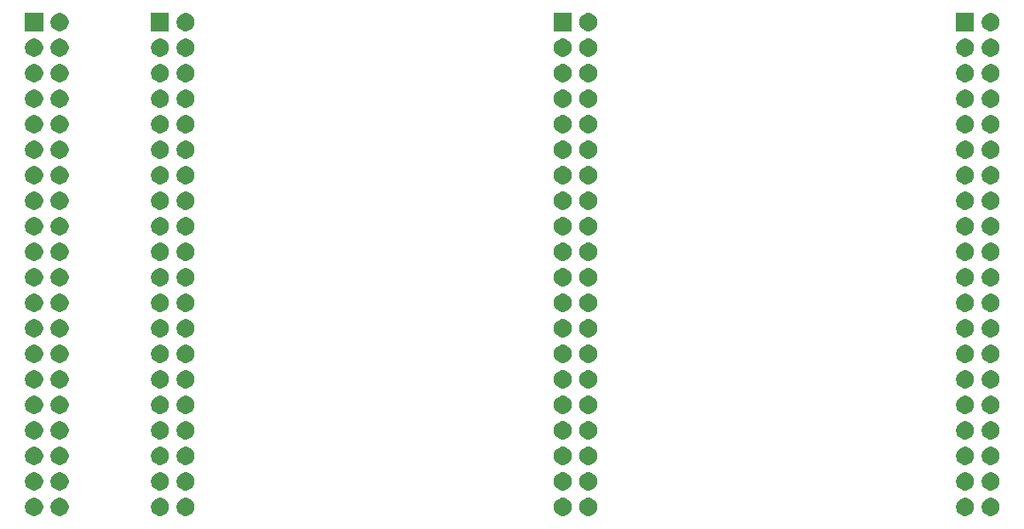
<source format=gbr>
G04 #@! TF.GenerationSoftware,KiCad,Pcbnew,5.1.5+dfsg1-2build2*
G04 #@! TF.CreationDate,2022-01-08T18:27:50+01:00*
G04 #@! TF.ProjectId,open_controler,6f70656e-5f63-46f6-9e74-726f6c65722e,rev?*
G04 #@! TF.SameCoordinates,Original*
G04 #@! TF.FileFunction,Soldermask,Top*
G04 #@! TF.FilePolarity,Negative*
%FSLAX46Y46*%
G04 Gerber Fmt 4.6, Leading zero omitted, Abs format (unit mm)*
G04 Created by KiCad (PCBNEW 5.1.5+dfsg1-2build2) date 2022-01-08 18:27:50*
%MOMM*%
%LPD*%
G04 APERTURE LIST*
%ADD10C,0.100000*%
G04 APERTURE END LIST*
D10*
G36*
X176948312Y-106495127D02*
G01*
X177097612Y-106524824D01*
X177261584Y-106592744D01*
X177409154Y-106691347D01*
X177534653Y-106816846D01*
X177633256Y-106964416D01*
X177701176Y-107128388D01*
X177735800Y-107302459D01*
X177735800Y-107479941D01*
X177701176Y-107654012D01*
X177633256Y-107817984D01*
X177534653Y-107965554D01*
X177409154Y-108091053D01*
X177261584Y-108189656D01*
X177097612Y-108257576D01*
X176948312Y-108287273D01*
X176923542Y-108292200D01*
X176746058Y-108292200D01*
X176721288Y-108287273D01*
X176571988Y-108257576D01*
X176408016Y-108189656D01*
X176260446Y-108091053D01*
X176134947Y-107965554D01*
X176036344Y-107817984D01*
X175968424Y-107654012D01*
X175933800Y-107479941D01*
X175933800Y-107302459D01*
X175968424Y-107128388D01*
X176036344Y-106964416D01*
X176134947Y-106816846D01*
X176260446Y-106691347D01*
X176408016Y-106592744D01*
X176571988Y-106524824D01*
X176721288Y-106495127D01*
X176746058Y-106490200D01*
X176923542Y-106490200D01*
X176948312Y-106495127D01*
G37*
G36*
X134428712Y-106495127D02*
G01*
X134578012Y-106524824D01*
X134741984Y-106592744D01*
X134889554Y-106691347D01*
X135015053Y-106816846D01*
X135113656Y-106964416D01*
X135181576Y-107128388D01*
X135216200Y-107302459D01*
X135216200Y-107479941D01*
X135181576Y-107654012D01*
X135113656Y-107817984D01*
X135015053Y-107965554D01*
X134889554Y-108091053D01*
X134741984Y-108189656D01*
X134578012Y-108257576D01*
X134428712Y-108287273D01*
X134403942Y-108292200D01*
X134226458Y-108292200D01*
X134201688Y-108287273D01*
X134052388Y-108257576D01*
X133888416Y-108189656D01*
X133740846Y-108091053D01*
X133615347Y-107965554D01*
X133516744Y-107817984D01*
X133448824Y-107654012D01*
X133414200Y-107479941D01*
X133414200Y-107302459D01*
X133448824Y-107128388D01*
X133516744Y-106964416D01*
X133615347Y-106816846D01*
X133740846Y-106691347D01*
X133888416Y-106592744D01*
X134052388Y-106524824D01*
X134201688Y-106495127D01*
X134226458Y-106490200D01*
X134403942Y-106490200D01*
X134428712Y-106495127D01*
G37*
G36*
X136968712Y-106495127D02*
G01*
X137118012Y-106524824D01*
X137281984Y-106592744D01*
X137429554Y-106691347D01*
X137555053Y-106816846D01*
X137653656Y-106964416D01*
X137721576Y-107128388D01*
X137756200Y-107302459D01*
X137756200Y-107479941D01*
X137721576Y-107654012D01*
X137653656Y-107817984D01*
X137555053Y-107965554D01*
X137429554Y-108091053D01*
X137281984Y-108189656D01*
X137118012Y-108257576D01*
X136968712Y-108287273D01*
X136943942Y-108292200D01*
X136766458Y-108292200D01*
X136741688Y-108287273D01*
X136592388Y-108257576D01*
X136428416Y-108189656D01*
X136280846Y-108091053D01*
X136155347Y-107965554D01*
X136056744Y-107817984D01*
X135988824Y-107654012D01*
X135954200Y-107479941D01*
X135954200Y-107302459D01*
X135988824Y-107128388D01*
X136056744Y-106964416D01*
X136155347Y-106816846D01*
X136280846Y-106691347D01*
X136428416Y-106592744D01*
X136592388Y-106524824D01*
X136741688Y-106495127D01*
X136766458Y-106490200D01*
X136943942Y-106490200D01*
X136968712Y-106495127D01*
G37*
G36*
X94398312Y-106495127D02*
G01*
X94547612Y-106524824D01*
X94711584Y-106592744D01*
X94859154Y-106691347D01*
X94984653Y-106816846D01*
X95083256Y-106964416D01*
X95151176Y-107128388D01*
X95185800Y-107302459D01*
X95185800Y-107479941D01*
X95151176Y-107654012D01*
X95083256Y-107817984D01*
X94984653Y-107965554D01*
X94859154Y-108091053D01*
X94711584Y-108189656D01*
X94547612Y-108257576D01*
X94398312Y-108287273D01*
X94373542Y-108292200D01*
X94196058Y-108292200D01*
X94171288Y-108287273D01*
X94021988Y-108257576D01*
X93858016Y-108189656D01*
X93710446Y-108091053D01*
X93584947Y-107965554D01*
X93486344Y-107817984D01*
X93418424Y-107654012D01*
X93383800Y-107479941D01*
X93383800Y-107302459D01*
X93418424Y-107128388D01*
X93486344Y-106964416D01*
X93584947Y-106816846D01*
X93710446Y-106691347D01*
X93858016Y-106592744D01*
X94021988Y-106524824D01*
X94171288Y-106495127D01*
X94196058Y-106490200D01*
X94373542Y-106490200D01*
X94398312Y-106495127D01*
G37*
G36*
X96938312Y-106495127D02*
G01*
X97087612Y-106524824D01*
X97251584Y-106592744D01*
X97399154Y-106691347D01*
X97524653Y-106816846D01*
X97623256Y-106964416D01*
X97691176Y-107128388D01*
X97725800Y-107302459D01*
X97725800Y-107479941D01*
X97691176Y-107654012D01*
X97623256Y-107817984D01*
X97524653Y-107965554D01*
X97399154Y-108091053D01*
X97251584Y-108189656D01*
X97087612Y-108257576D01*
X96938312Y-108287273D01*
X96913542Y-108292200D01*
X96736058Y-108292200D01*
X96711288Y-108287273D01*
X96561988Y-108257576D01*
X96398016Y-108189656D01*
X96250446Y-108091053D01*
X96124947Y-107965554D01*
X96026344Y-107817984D01*
X95958424Y-107654012D01*
X95923800Y-107479941D01*
X95923800Y-107302459D01*
X95958424Y-107128388D01*
X96026344Y-106964416D01*
X96124947Y-106816846D01*
X96250446Y-106691347D01*
X96398016Y-106592744D01*
X96561988Y-106524824D01*
X96711288Y-106495127D01*
X96736058Y-106490200D01*
X96913542Y-106490200D01*
X96938312Y-106495127D01*
G37*
G36*
X84416112Y-106495127D02*
G01*
X84565412Y-106524824D01*
X84729384Y-106592744D01*
X84876954Y-106691347D01*
X85002453Y-106816846D01*
X85101056Y-106964416D01*
X85168976Y-107128388D01*
X85203600Y-107302459D01*
X85203600Y-107479941D01*
X85168976Y-107654012D01*
X85101056Y-107817984D01*
X85002453Y-107965554D01*
X84876954Y-108091053D01*
X84729384Y-108189656D01*
X84565412Y-108257576D01*
X84416112Y-108287273D01*
X84391342Y-108292200D01*
X84213858Y-108292200D01*
X84189088Y-108287273D01*
X84039788Y-108257576D01*
X83875816Y-108189656D01*
X83728246Y-108091053D01*
X83602747Y-107965554D01*
X83504144Y-107817984D01*
X83436224Y-107654012D01*
X83401600Y-107479941D01*
X83401600Y-107302459D01*
X83436224Y-107128388D01*
X83504144Y-106964416D01*
X83602747Y-106816846D01*
X83728246Y-106691347D01*
X83875816Y-106592744D01*
X84039788Y-106524824D01*
X84189088Y-106495127D01*
X84213858Y-106490200D01*
X84391342Y-106490200D01*
X84416112Y-106495127D01*
G37*
G36*
X81876112Y-106495127D02*
G01*
X82025412Y-106524824D01*
X82189384Y-106592744D01*
X82336954Y-106691347D01*
X82462453Y-106816846D01*
X82561056Y-106964416D01*
X82628976Y-107128388D01*
X82663600Y-107302459D01*
X82663600Y-107479941D01*
X82628976Y-107654012D01*
X82561056Y-107817984D01*
X82462453Y-107965554D01*
X82336954Y-108091053D01*
X82189384Y-108189656D01*
X82025412Y-108257576D01*
X81876112Y-108287273D01*
X81851342Y-108292200D01*
X81673858Y-108292200D01*
X81649088Y-108287273D01*
X81499788Y-108257576D01*
X81335816Y-108189656D01*
X81188246Y-108091053D01*
X81062747Y-107965554D01*
X80964144Y-107817984D01*
X80896224Y-107654012D01*
X80861600Y-107479941D01*
X80861600Y-107302459D01*
X80896224Y-107128388D01*
X80964144Y-106964416D01*
X81062747Y-106816846D01*
X81188246Y-106691347D01*
X81335816Y-106592744D01*
X81499788Y-106524824D01*
X81649088Y-106495127D01*
X81673858Y-106490200D01*
X81851342Y-106490200D01*
X81876112Y-106495127D01*
G37*
G36*
X174408312Y-106495127D02*
G01*
X174557612Y-106524824D01*
X174721584Y-106592744D01*
X174869154Y-106691347D01*
X174994653Y-106816846D01*
X175093256Y-106964416D01*
X175161176Y-107128388D01*
X175195800Y-107302459D01*
X175195800Y-107479941D01*
X175161176Y-107654012D01*
X175093256Y-107817984D01*
X174994653Y-107965554D01*
X174869154Y-108091053D01*
X174721584Y-108189656D01*
X174557612Y-108257576D01*
X174408312Y-108287273D01*
X174383542Y-108292200D01*
X174206058Y-108292200D01*
X174181288Y-108287273D01*
X174031988Y-108257576D01*
X173868016Y-108189656D01*
X173720446Y-108091053D01*
X173594947Y-107965554D01*
X173496344Y-107817984D01*
X173428424Y-107654012D01*
X173393800Y-107479941D01*
X173393800Y-107302459D01*
X173428424Y-107128388D01*
X173496344Y-106964416D01*
X173594947Y-106816846D01*
X173720446Y-106691347D01*
X173868016Y-106592744D01*
X174031988Y-106524824D01*
X174181288Y-106495127D01*
X174206058Y-106490200D01*
X174383542Y-106490200D01*
X174408312Y-106495127D01*
G37*
G36*
X174408312Y-103955127D02*
G01*
X174557612Y-103984824D01*
X174721584Y-104052744D01*
X174869154Y-104151347D01*
X174994653Y-104276846D01*
X175093256Y-104424416D01*
X175161176Y-104588388D01*
X175195800Y-104762459D01*
X175195800Y-104939941D01*
X175161176Y-105114012D01*
X175093256Y-105277984D01*
X174994653Y-105425554D01*
X174869154Y-105551053D01*
X174721584Y-105649656D01*
X174557612Y-105717576D01*
X174408312Y-105747273D01*
X174383542Y-105752200D01*
X174206058Y-105752200D01*
X174181288Y-105747273D01*
X174031988Y-105717576D01*
X173868016Y-105649656D01*
X173720446Y-105551053D01*
X173594947Y-105425554D01*
X173496344Y-105277984D01*
X173428424Y-105114012D01*
X173393800Y-104939941D01*
X173393800Y-104762459D01*
X173428424Y-104588388D01*
X173496344Y-104424416D01*
X173594947Y-104276846D01*
X173720446Y-104151347D01*
X173868016Y-104052744D01*
X174031988Y-103984824D01*
X174181288Y-103955127D01*
X174206058Y-103950200D01*
X174383542Y-103950200D01*
X174408312Y-103955127D01*
G37*
G36*
X81876112Y-103955127D02*
G01*
X82025412Y-103984824D01*
X82189384Y-104052744D01*
X82336954Y-104151347D01*
X82462453Y-104276846D01*
X82561056Y-104424416D01*
X82628976Y-104588388D01*
X82663600Y-104762459D01*
X82663600Y-104939941D01*
X82628976Y-105114012D01*
X82561056Y-105277984D01*
X82462453Y-105425554D01*
X82336954Y-105551053D01*
X82189384Y-105649656D01*
X82025412Y-105717576D01*
X81876112Y-105747273D01*
X81851342Y-105752200D01*
X81673858Y-105752200D01*
X81649088Y-105747273D01*
X81499788Y-105717576D01*
X81335816Y-105649656D01*
X81188246Y-105551053D01*
X81062747Y-105425554D01*
X80964144Y-105277984D01*
X80896224Y-105114012D01*
X80861600Y-104939941D01*
X80861600Y-104762459D01*
X80896224Y-104588388D01*
X80964144Y-104424416D01*
X81062747Y-104276846D01*
X81188246Y-104151347D01*
X81335816Y-104052744D01*
X81499788Y-103984824D01*
X81649088Y-103955127D01*
X81673858Y-103950200D01*
X81851342Y-103950200D01*
X81876112Y-103955127D01*
G37*
G36*
X84416112Y-103955127D02*
G01*
X84565412Y-103984824D01*
X84729384Y-104052744D01*
X84876954Y-104151347D01*
X85002453Y-104276846D01*
X85101056Y-104424416D01*
X85168976Y-104588388D01*
X85203600Y-104762459D01*
X85203600Y-104939941D01*
X85168976Y-105114012D01*
X85101056Y-105277984D01*
X85002453Y-105425554D01*
X84876954Y-105551053D01*
X84729384Y-105649656D01*
X84565412Y-105717576D01*
X84416112Y-105747273D01*
X84391342Y-105752200D01*
X84213858Y-105752200D01*
X84189088Y-105747273D01*
X84039788Y-105717576D01*
X83875816Y-105649656D01*
X83728246Y-105551053D01*
X83602747Y-105425554D01*
X83504144Y-105277984D01*
X83436224Y-105114012D01*
X83401600Y-104939941D01*
X83401600Y-104762459D01*
X83436224Y-104588388D01*
X83504144Y-104424416D01*
X83602747Y-104276846D01*
X83728246Y-104151347D01*
X83875816Y-104052744D01*
X84039788Y-103984824D01*
X84189088Y-103955127D01*
X84213858Y-103950200D01*
X84391342Y-103950200D01*
X84416112Y-103955127D01*
G37*
G36*
X176948312Y-103955127D02*
G01*
X177097612Y-103984824D01*
X177261584Y-104052744D01*
X177409154Y-104151347D01*
X177534653Y-104276846D01*
X177633256Y-104424416D01*
X177701176Y-104588388D01*
X177735800Y-104762459D01*
X177735800Y-104939941D01*
X177701176Y-105114012D01*
X177633256Y-105277984D01*
X177534653Y-105425554D01*
X177409154Y-105551053D01*
X177261584Y-105649656D01*
X177097612Y-105717576D01*
X176948312Y-105747273D01*
X176923542Y-105752200D01*
X176746058Y-105752200D01*
X176721288Y-105747273D01*
X176571988Y-105717576D01*
X176408016Y-105649656D01*
X176260446Y-105551053D01*
X176134947Y-105425554D01*
X176036344Y-105277984D01*
X175968424Y-105114012D01*
X175933800Y-104939941D01*
X175933800Y-104762459D01*
X175968424Y-104588388D01*
X176036344Y-104424416D01*
X176134947Y-104276846D01*
X176260446Y-104151347D01*
X176408016Y-104052744D01*
X176571988Y-103984824D01*
X176721288Y-103955127D01*
X176746058Y-103950200D01*
X176923542Y-103950200D01*
X176948312Y-103955127D01*
G37*
G36*
X96938312Y-103955127D02*
G01*
X97087612Y-103984824D01*
X97251584Y-104052744D01*
X97399154Y-104151347D01*
X97524653Y-104276846D01*
X97623256Y-104424416D01*
X97691176Y-104588388D01*
X97725800Y-104762459D01*
X97725800Y-104939941D01*
X97691176Y-105114012D01*
X97623256Y-105277984D01*
X97524653Y-105425554D01*
X97399154Y-105551053D01*
X97251584Y-105649656D01*
X97087612Y-105717576D01*
X96938312Y-105747273D01*
X96913542Y-105752200D01*
X96736058Y-105752200D01*
X96711288Y-105747273D01*
X96561988Y-105717576D01*
X96398016Y-105649656D01*
X96250446Y-105551053D01*
X96124947Y-105425554D01*
X96026344Y-105277984D01*
X95958424Y-105114012D01*
X95923800Y-104939941D01*
X95923800Y-104762459D01*
X95958424Y-104588388D01*
X96026344Y-104424416D01*
X96124947Y-104276846D01*
X96250446Y-104151347D01*
X96398016Y-104052744D01*
X96561988Y-103984824D01*
X96711288Y-103955127D01*
X96736058Y-103950200D01*
X96913542Y-103950200D01*
X96938312Y-103955127D01*
G37*
G36*
X94398312Y-103955127D02*
G01*
X94547612Y-103984824D01*
X94711584Y-104052744D01*
X94859154Y-104151347D01*
X94984653Y-104276846D01*
X95083256Y-104424416D01*
X95151176Y-104588388D01*
X95185800Y-104762459D01*
X95185800Y-104939941D01*
X95151176Y-105114012D01*
X95083256Y-105277984D01*
X94984653Y-105425554D01*
X94859154Y-105551053D01*
X94711584Y-105649656D01*
X94547612Y-105717576D01*
X94398312Y-105747273D01*
X94373542Y-105752200D01*
X94196058Y-105752200D01*
X94171288Y-105747273D01*
X94021988Y-105717576D01*
X93858016Y-105649656D01*
X93710446Y-105551053D01*
X93584947Y-105425554D01*
X93486344Y-105277984D01*
X93418424Y-105114012D01*
X93383800Y-104939941D01*
X93383800Y-104762459D01*
X93418424Y-104588388D01*
X93486344Y-104424416D01*
X93584947Y-104276846D01*
X93710446Y-104151347D01*
X93858016Y-104052744D01*
X94021988Y-103984824D01*
X94171288Y-103955127D01*
X94196058Y-103950200D01*
X94373542Y-103950200D01*
X94398312Y-103955127D01*
G37*
G36*
X134428712Y-103955127D02*
G01*
X134578012Y-103984824D01*
X134741984Y-104052744D01*
X134889554Y-104151347D01*
X135015053Y-104276846D01*
X135113656Y-104424416D01*
X135181576Y-104588388D01*
X135216200Y-104762459D01*
X135216200Y-104939941D01*
X135181576Y-105114012D01*
X135113656Y-105277984D01*
X135015053Y-105425554D01*
X134889554Y-105551053D01*
X134741984Y-105649656D01*
X134578012Y-105717576D01*
X134428712Y-105747273D01*
X134403942Y-105752200D01*
X134226458Y-105752200D01*
X134201688Y-105747273D01*
X134052388Y-105717576D01*
X133888416Y-105649656D01*
X133740846Y-105551053D01*
X133615347Y-105425554D01*
X133516744Y-105277984D01*
X133448824Y-105114012D01*
X133414200Y-104939941D01*
X133414200Y-104762459D01*
X133448824Y-104588388D01*
X133516744Y-104424416D01*
X133615347Y-104276846D01*
X133740846Y-104151347D01*
X133888416Y-104052744D01*
X134052388Y-103984824D01*
X134201688Y-103955127D01*
X134226458Y-103950200D01*
X134403942Y-103950200D01*
X134428712Y-103955127D01*
G37*
G36*
X136968712Y-103955127D02*
G01*
X137118012Y-103984824D01*
X137281984Y-104052744D01*
X137429554Y-104151347D01*
X137555053Y-104276846D01*
X137653656Y-104424416D01*
X137721576Y-104588388D01*
X137756200Y-104762459D01*
X137756200Y-104939941D01*
X137721576Y-105114012D01*
X137653656Y-105277984D01*
X137555053Y-105425554D01*
X137429554Y-105551053D01*
X137281984Y-105649656D01*
X137118012Y-105717576D01*
X136968712Y-105747273D01*
X136943942Y-105752200D01*
X136766458Y-105752200D01*
X136741688Y-105747273D01*
X136592388Y-105717576D01*
X136428416Y-105649656D01*
X136280846Y-105551053D01*
X136155347Y-105425554D01*
X136056744Y-105277984D01*
X135988824Y-105114012D01*
X135954200Y-104939941D01*
X135954200Y-104762459D01*
X135988824Y-104588388D01*
X136056744Y-104424416D01*
X136155347Y-104276846D01*
X136280846Y-104151347D01*
X136428416Y-104052744D01*
X136592388Y-103984824D01*
X136741688Y-103955127D01*
X136766458Y-103950200D01*
X136943942Y-103950200D01*
X136968712Y-103955127D01*
G37*
G36*
X81876112Y-101415127D02*
G01*
X82025412Y-101444824D01*
X82189384Y-101512744D01*
X82336954Y-101611347D01*
X82462453Y-101736846D01*
X82561056Y-101884416D01*
X82628976Y-102048388D01*
X82663600Y-102222459D01*
X82663600Y-102399941D01*
X82628976Y-102574012D01*
X82561056Y-102737984D01*
X82462453Y-102885554D01*
X82336954Y-103011053D01*
X82189384Y-103109656D01*
X82025412Y-103177576D01*
X81876112Y-103207273D01*
X81851342Y-103212200D01*
X81673858Y-103212200D01*
X81649088Y-103207273D01*
X81499788Y-103177576D01*
X81335816Y-103109656D01*
X81188246Y-103011053D01*
X81062747Y-102885554D01*
X80964144Y-102737984D01*
X80896224Y-102574012D01*
X80861600Y-102399941D01*
X80861600Y-102222459D01*
X80896224Y-102048388D01*
X80964144Y-101884416D01*
X81062747Y-101736846D01*
X81188246Y-101611347D01*
X81335816Y-101512744D01*
X81499788Y-101444824D01*
X81649088Y-101415127D01*
X81673858Y-101410200D01*
X81851342Y-101410200D01*
X81876112Y-101415127D01*
G37*
G36*
X176948312Y-101415127D02*
G01*
X177097612Y-101444824D01*
X177261584Y-101512744D01*
X177409154Y-101611347D01*
X177534653Y-101736846D01*
X177633256Y-101884416D01*
X177701176Y-102048388D01*
X177735800Y-102222459D01*
X177735800Y-102399941D01*
X177701176Y-102574012D01*
X177633256Y-102737984D01*
X177534653Y-102885554D01*
X177409154Y-103011053D01*
X177261584Y-103109656D01*
X177097612Y-103177576D01*
X176948312Y-103207273D01*
X176923542Y-103212200D01*
X176746058Y-103212200D01*
X176721288Y-103207273D01*
X176571988Y-103177576D01*
X176408016Y-103109656D01*
X176260446Y-103011053D01*
X176134947Y-102885554D01*
X176036344Y-102737984D01*
X175968424Y-102574012D01*
X175933800Y-102399941D01*
X175933800Y-102222459D01*
X175968424Y-102048388D01*
X176036344Y-101884416D01*
X176134947Y-101736846D01*
X176260446Y-101611347D01*
X176408016Y-101512744D01*
X176571988Y-101444824D01*
X176721288Y-101415127D01*
X176746058Y-101410200D01*
X176923542Y-101410200D01*
X176948312Y-101415127D01*
G37*
G36*
X84416112Y-101415127D02*
G01*
X84565412Y-101444824D01*
X84729384Y-101512744D01*
X84876954Y-101611347D01*
X85002453Y-101736846D01*
X85101056Y-101884416D01*
X85168976Y-102048388D01*
X85203600Y-102222459D01*
X85203600Y-102399941D01*
X85168976Y-102574012D01*
X85101056Y-102737984D01*
X85002453Y-102885554D01*
X84876954Y-103011053D01*
X84729384Y-103109656D01*
X84565412Y-103177576D01*
X84416112Y-103207273D01*
X84391342Y-103212200D01*
X84213858Y-103212200D01*
X84189088Y-103207273D01*
X84039788Y-103177576D01*
X83875816Y-103109656D01*
X83728246Y-103011053D01*
X83602747Y-102885554D01*
X83504144Y-102737984D01*
X83436224Y-102574012D01*
X83401600Y-102399941D01*
X83401600Y-102222459D01*
X83436224Y-102048388D01*
X83504144Y-101884416D01*
X83602747Y-101736846D01*
X83728246Y-101611347D01*
X83875816Y-101512744D01*
X84039788Y-101444824D01*
X84189088Y-101415127D01*
X84213858Y-101410200D01*
X84391342Y-101410200D01*
X84416112Y-101415127D01*
G37*
G36*
X134428712Y-101415127D02*
G01*
X134578012Y-101444824D01*
X134741984Y-101512744D01*
X134889554Y-101611347D01*
X135015053Y-101736846D01*
X135113656Y-101884416D01*
X135181576Y-102048388D01*
X135216200Y-102222459D01*
X135216200Y-102399941D01*
X135181576Y-102574012D01*
X135113656Y-102737984D01*
X135015053Y-102885554D01*
X134889554Y-103011053D01*
X134741984Y-103109656D01*
X134578012Y-103177576D01*
X134428712Y-103207273D01*
X134403942Y-103212200D01*
X134226458Y-103212200D01*
X134201688Y-103207273D01*
X134052388Y-103177576D01*
X133888416Y-103109656D01*
X133740846Y-103011053D01*
X133615347Y-102885554D01*
X133516744Y-102737984D01*
X133448824Y-102574012D01*
X133414200Y-102399941D01*
X133414200Y-102222459D01*
X133448824Y-102048388D01*
X133516744Y-101884416D01*
X133615347Y-101736846D01*
X133740846Y-101611347D01*
X133888416Y-101512744D01*
X134052388Y-101444824D01*
X134201688Y-101415127D01*
X134226458Y-101410200D01*
X134403942Y-101410200D01*
X134428712Y-101415127D01*
G37*
G36*
X96938312Y-101415127D02*
G01*
X97087612Y-101444824D01*
X97251584Y-101512744D01*
X97399154Y-101611347D01*
X97524653Y-101736846D01*
X97623256Y-101884416D01*
X97691176Y-102048388D01*
X97725800Y-102222459D01*
X97725800Y-102399941D01*
X97691176Y-102574012D01*
X97623256Y-102737984D01*
X97524653Y-102885554D01*
X97399154Y-103011053D01*
X97251584Y-103109656D01*
X97087612Y-103177576D01*
X96938312Y-103207273D01*
X96913542Y-103212200D01*
X96736058Y-103212200D01*
X96711288Y-103207273D01*
X96561988Y-103177576D01*
X96398016Y-103109656D01*
X96250446Y-103011053D01*
X96124947Y-102885554D01*
X96026344Y-102737984D01*
X95958424Y-102574012D01*
X95923800Y-102399941D01*
X95923800Y-102222459D01*
X95958424Y-102048388D01*
X96026344Y-101884416D01*
X96124947Y-101736846D01*
X96250446Y-101611347D01*
X96398016Y-101512744D01*
X96561988Y-101444824D01*
X96711288Y-101415127D01*
X96736058Y-101410200D01*
X96913542Y-101410200D01*
X96938312Y-101415127D01*
G37*
G36*
X94398312Y-101415127D02*
G01*
X94547612Y-101444824D01*
X94711584Y-101512744D01*
X94859154Y-101611347D01*
X94984653Y-101736846D01*
X95083256Y-101884416D01*
X95151176Y-102048388D01*
X95185800Y-102222459D01*
X95185800Y-102399941D01*
X95151176Y-102574012D01*
X95083256Y-102737984D01*
X94984653Y-102885554D01*
X94859154Y-103011053D01*
X94711584Y-103109656D01*
X94547612Y-103177576D01*
X94398312Y-103207273D01*
X94373542Y-103212200D01*
X94196058Y-103212200D01*
X94171288Y-103207273D01*
X94021988Y-103177576D01*
X93858016Y-103109656D01*
X93710446Y-103011053D01*
X93584947Y-102885554D01*
X93486344Y-102737984D01*
X93418424Y-102574012D01*
X93383800Y-102399941D01*
X93383800Y-102222459D01*
X93418424Y-102048388D01*
X93486344Y-101884416D01*
X93584947Y-101736846D01*
X93710446Y-101611347D01*
X93858016Y-101512744D01*
X94021988Y-101444824D01*
X94171288Y-101415127D01*
X94196058Y-101410200D01*
X94373542Y-101410200D01*
X94398312Y-101415127D01*
G37*
G36*
X174408312Y-101415127D02*
G01*
X174557612Y-101444824D01*
X174721584Y-101512744D01*
X174869154Y-101611347D01*
X174994653Y-101736846D01*
X175093256Y-101884416D01*
X175161176Y-102048388D01*
X175195800Y-102222459D01*
X175195800Y-102399941D01*
X175161176Y-102574012D01*
X175093256Y-102737984D01*
X174994653Y-102885554D01*
X174869154Y-103011053D01*
X174721584Y-103109656D01*
X174557612Y-103177576D01*
X174408312Y-103207273D01*
X174383542Y-103212200D01*
X174206058Y-103212200D01*
X174181288Y-103207273D01*
X174031988Y-103177576D01*
X173868016Y-103109656D01*
X173720446Y-103011053D01*
X173594947Y-102885554D01*
X173496344Y-102737984D01*
X173428424Y-102574012D01*
X173393800Y-102399941D01*
X173393800Y-102222459D01*
X173428424Y-102048388D01*
X173496344Y-101884416D01*
X173594947Y-101736846D01*
X173720446Y-101611347D01*
X173868016Y-101512744D01*
X174031988Y-101444824D01*
X174181288Y-101415127D01*
X174206058Y-101410200D01*
X174383542Y-101410200D01*
X174408312Y-101415127D01*
G37*
G36*
X136968712Y-101415127D02*
G01*
X137118012Y-101444824D01*
X137281984Y-101512744D01*
X137429554Y-101611347D01*
X137555053Y-101736846D01*
X137653656Y-101884416D01*
X137721576Y-102048388D01*
X137756200Y-102222459D01*
X137756200Y-102399941D01*
X137721576Y-102574012D01*
X137653656Y-102737984D01*
X137555053Y-102885554D01*
X137429554Y-103011053D01*
X137281984Y-103109656D01*
X137118012Y-103177576D01*
X136968712Y-103207273D01*
X136943942Y-103212200D01*
X136766458Y-103212200D01*
X136741688Y-103207273D01*
X136592388Y-103177576D01*
X136428416Y-103109656D01*
X136280846Y-103011053D01*
X136155347Y-102885554D01*
X136056744Y-102737984D01*
X135988824Y-102574012D01*
X135954200Y-102399941D01*
X135954200Y-102222459D01*
X135988824Y-102048388D01*
X136056744Y-101884416D01*
X136155347Y-101736846D01*
X136280846Y-101611347D01*
X136428416Y-101512744D01*
X136592388Y-101444824D01*
X136741688Y-101415127D01*
X136766458Y-101410200D01*
X136943942Y-101410200D01*
X136968712Y-101415127D01*
G37*
G36*
X94398312Y-98875127D02*
G01*
X94547612Y-98904824D01*
X94711584Y-98972744D01*
X94859154Y-99071347D01*
X94984653Y-99196846D01*
X95083256Y-99344416D01*
X95151176Y-99508388D01*
X95185800Y-99682459D01*
X95185800Y-99859941D01*
X95151176Y-100034012D01*
X95083256Y-100197984D01*
X94984653Y-100345554D01*
X94859154Y-100471053D01*
X94711584Y-100569656D01*
X94547612Y-100637576D01*
X94398312Y-100667273D01*
X94373542Y-100672200D01*
X94196058Y-100672200D01*
X94171288Y-100667273D01*
X94021988Y-100637576D01*
X93858016Y-100569656D01*
X93710446Y-100471053D01*
X93584947Y-100345554D01*
X93486344Y-100197984D01*
X93418424Y-100034012D01*
X93383800Y-99859941D01*
X93383800Y-99682459D01*
X93418424Y-99508388D01*
X93486344Y-99344416D01*
X93584947Y-99196846D01*
X93710446Y-99071347D01*
X93858016Y-98972744D01*
X94021988Y-98904824D01*
X94171288Y-98875127D01*
X94196058Y-98870200D01*
X94373542Y-98870200D01*
X94398312Y-98875127D01*
G37*
G36*
X96938312Y-98875127D02*
G01*
X97087612Y-98904824D01*
X97251584Y-98972744D01*
X97399154Y-99071347D01*
X97524653Y-99196846D01*
X97623256Y-99344416D01*
X97691176Y-99508388D01*
X97725800Y-99682459D01*
X97725800Y-99859941D01*
X97691176Y-100034012D01*
X97623256Y-100197984D01*
X97524653Y-100345554D01*
X97399154Y-100471053D01*
X97251584Y-100569656D01*
X97087612Y-100637576D01*
X96938312Y-100667273D01*
X96913542Y-100672200D01*
X96736058Y-100672200D01*
X96711288Y-100667273D01*
X96561988Y-100637576D01*
X96398016Y-100569656D01*
X96250446Y-100471053D01*
X96124947Y-100345554D01*
X96026344Y-100197984D01*
X95958424Y-100034012D01*
X95923800Y-99859941D01*
X95923800Y-99682459D01*
X95958424Y-99508388D01*
X96026344Y-99344416D01*
X96124947Y-99196846D01*
X96250446Y-99071347D01*
X96398016Y-98972744D01*
X96561988Y-98904824D01*
X96711288Y-98875127D01*
X96736058Y-98870200D01*
X96913542Y-98870200D01*
X96938312Y-98875127D01*
G37*
G36*
X134428712Y-98875127D02*
G01*
X134578012Y-98904824D01*
X134741984Y-98972744D01*
X134889554Y-99071347D01*
X135015053Y-99196846D01*
X135113656Y-99344416D01*
X135181576Y-99508388D01*
X135216200Y-99682459D01*
X135216200Y-99859941D01*
X135181576Y-100034012D01*
X135113656Y-100197984D01*
X135015053Y-100345554D01*
X134889554Y-100471053D01*
X134741984Y-100569656D01*
X134578012Y-100637576D01*
X134428712Y-100667273D01*
X134403942Y-100672200D01*
X134226458Y-100672200D01*
X134201688Y-100667273D01*
X134052388Y-100637576D01*
X133888416Y-100569656D01*
X133740846Y-100471053D01*
X133615347Y-100345554D01*
X133516744Y-100197984D01*
X133448824Y-100034012D01*
X133414200Y-99859941D01*
X133414200Y-99682459D01*
X133448824Y-99508388D01*
X133516744Y-99344416D01*
X133615347Y-99196846D01*
X133740846Y-99071347D01*
X133888416Y-98972744D01*
X134052388Y-98904824D01*
X134201688Y-98875127D01*
X134226458Y-98870200D01*
X134403942Y-98870200D01*
X134428712Y-98875127D01*
G37*
G36*
X136968712Y-98875127D02*
G01*
X137118012Y-98904824D01*
X137281984Y-98972744D01*
X137429554Y-99071347D01*
X137555053Y-99196846D01*
X137653656Y-99344416D01*
X137721576Y-99508388D01*
X137756200Y-99682459D01*
X137756200Y-99859941D01*
X137721576Y-100034012D01*
X137653656Y-100197984D01*
X137555053Y-100345554D01*
X137429554Y-100471053D01*
X137281984Y-100569656D01*
X137118012Y-100637576D01*
X136968712Y-100667273D01*
X136943942Y-100672200D01*
X136766458Y-100672200D01*
X136741688Y-100667273D01*
X136592388Y-100637576D01*
X136428416Y-100569656D01*
X136280846Y-100471053D01*
X136155347Y-100345554D01*
X136056744Y-100197984D01*
X135988824Y-100034012D01*
X135954200Y-99859941D01*
X135954200Y-99682459D01*
X135988824Y-99508388D01*
X136056744Y-99344416D01*
X136155347Y-99196846D01*
X136280846Y-99071347D01*
X136428416Y-98972744D01*
X136592388Y-98904824D01*
X136741688Y-98875127D01*
X136766458Y-98870200D01*
X136943942Y-98870200D01*
X136968712Y-98875127D01*
G37*
G36*
X174408312Y-98875127D02*
G01*
X174557612Y-98904824D01*
X174721584Y-98972744D01*
X174869154Y-99071347D01*
X174994653Y-99196846D01*
X175093256Y-99344416D01*
X175161176Y-99508388D01*
X175195800Y-99682459D01*
X175195800Y-99859941D01*
X175161176Y-100034012D01*
X175093256Y-100197984D01*
X174994653Y-100345554D01*
X174869154Y-100471053D01*
X174721584Y-100569656D01*
X174557612Y-100637576D01*
X174408312Y-100667273D01*
X174383542Y-100672200D01*
X174206058Y-100672200D01*
X174181288Y-100667273D01*
X174031988Y-100637576D01*
X173868016Y-100569656D01*
X173720446Y-100471053D01*
X173594947Y-100345554D01*
X173496344Y-100197984D01*
X173428424Y-100034012D01*
X173393800Y-99859941D01*
X173393800Y-99682459D01*
X173428424Y-99508388D01*
X173496344Y-99344416D01*
X173594947Y-99196846D01*
X173720446Y-99071347D01*
X173868016Y-98972744D01*
X174031988Y-98904824D01*
X174181288Y-98875127D01*
X174206058Y-98870200D01*
X174383542Y-98870200D01*
X174408312Y-98875127D01*
G37*
G36*
X176948312Y-98875127D02*
G01*
X177097612Y-98904824D01*
X177261584Y-98972744D01*
X177409154Y-99071347D01*
X177534653Y-99196846D01*
X177633256Y-99344416D01*
X177701176Y-99508388D01*
X177735800Y-99682459D01*
X177735800Y-99859941D01*
X177701176Y-100034012D01*
X177633256Y-100197984D01*
X177534653Y-100345554D01*
X177409154Y-100471053D01*
X177261584Y-100569656D01*
X177097612Y-100637576D01*
X176948312Y-100667273D01*
X176923542Y-100672200D01*
X176746058Y-100672200D01*
X176721288Y-100667273D01*
X176571988Y-100637576D01*
X176408016Y-100569656D01*
X176260446Y-100471053D01*
X176134947Y-100345554D01*
X176036344Y-100197984D01*
X175968424Y-100034012D01*
X175933800Y-99859941D01*
X175933800Y-99682459D01*
X175968424Y-99508388D01*
X176036344Y-99344416D01*
X176134947Y-99196846D01*
X176260446Y-99071347D01*
X176408016Y-98972744D01*
X176571988Y-98904824D01*
X176721288Y-98875127D01*
X176746058Y-98870200D01*
X176923542Y-98870200D01*
X176948312Y-98875127D01*
G37*
G36*
X84416112Y-98875127D02*
G01*
X84565412Y-98904824D01*
X84729384Y-98972744D01*
X84876954Y-99071347D01*
X85002453Y-99196846D01*
X85101056Y-99344416D01*
X85168976Y-99508388D01*
X85203600Y-99682459D01*
X85203600Y-99859941D01*
X85168976Y-100034012D01*
X85101056Y-100197984D01*
X85002453Y-100345554D01*
X84876954Y-100471053D01*
X84729384Y-100569656D01*
X84565412Y-100637576D01*
X84416112Y-100667273D01*
X84391342Y-100672200D01*
X84213858Y-100672200D01*
X84189088Y-100667273D01*
X84039788Y-100637576D01*
X83875816Y-100569656D01*
X83728246Y-100471053D01*
X83602747Y-100345554D01*
X83504144Y-100197984D01*
X83436224Y-100034012D01*
X83401600Y-99859941D01*
X83401600Y-99682459D01*
X83436224Y-99508388D01*
X83504144Y-99344416D01*
X83602747Y-99196846D01*
X83728246Y-99071347D01*
X83875816Y-98972744D01*
X84039788Y-98904824D01*
X84189088Y-98875127D01*
X84213858Y-98870200D01*
X84391342Y-98870200D01*
X84416112Y-98875127D01*
G37*
G36*
X81876112Y-98875127D02*
G01*
X82025412Y-98904824D01*
X82189384Y-98972744D01*
X82336954Y-99071347D01*
X82462453Y-99196846D01*
X82561056Y-99344416D01*
X82628976Y-99508388D01*
X82663600Y-99682459D01*
X82663600Y-99859941D01*
X82628976Y-100034012D01*
X82561056Y-100197984D01*
X82462453Y-100345554D01*
X82336954Y-100471053D01*
X82189384Y-100569656D01*
X82025412Y-100637576D01*
X81876112Y-100667273D01*
X81851342Y-100672200D01*
X81673858Y-100672200D01*
X81649088Y-100667273D01*
X81499788Y-100637576D01*
X81335816Y-100569656D01*
X81188246Y-100471053D01*
X81062747Y-100345554D01*
X80964144Y-100197984D01*
X80896224Y-100034012D01*
X80861600Y-99859941D01*
X80861600Y-99682459D01*
X80896224Y-99508388D01*
X80964144Y-99344416D01*
X81062747Y-99196846D01*
X81188246Y-99071347D01*
X81335816Y-98972744D01*
X81499788Y-98904824D01*
X81649088Y-98875127D01*
X81673858Y-98870200D01*
X81851342Y-98870200D01*
X81876112Y-98875127D01*
G37*
G36*
X96938312Y-96335127D02*
G01*
X97087612Y-96364824D01*
X97251584Y-96432744D01*
X97399154Y-96531347D01*
X97524653Y-96656846D01*
X97623256Y-96804416D01*
X97691176Y-96968388D01*
X97725800Y-97142459D01*
X97725800Y-97319941D01*
X97691176Y-97494012D01*
X97623256Y-97657984D01*
X97524653Y-97805554D01*
X97399154Y-97931053D01*
X97251584Y-98029656D01*
X97087612Y-98097576D01*
X96938312Y-98127273D01*
X96913542Y-98132200D01*
X96736058Y-98132200D01*
X96711288Y-98127273D01*
X96561988Y-98097576D01*
X96398016Y-98029656D01*
X96250446Y-97931053D01*
X96124947Y-97805554D01*
X96026344Y-97657984D01*
X95958424Y-97494012D01*
X95923800Y-97319941D01*
X95923800Y-97142459D01*
X95958424Y-96968388D01*
X96026344Y-96804416D01*
X96124947Y-96656846D01*
X96250446Y-96531347D01*
X96398016Y-96432744D01*
X96561988Y-96364824D01*
X96711288Y-96335127D01*
X96736058Y-96330200D01*
X96913542Y-96330200D01*
X96938312Y-96335127D01*
G37*
G36*
X174408312Y-96335127D02*
G01*
X174557612Y-96364824D01*
X174721584Y-96432744D01*
X174869154Y-96531347D01*
X174994653Y-96656846D01*
X175093256Y-96804416D01*
X175161176Y-96968388D01*
X175195800Y-97142459D01*
X175195800Y-97319941D01*
X175161176Y-97494012D01*
X175093256Y-97657984D01*
X174994653Y-97805554D01*
X174869154Y-97931053D01*
X174721584Y-98029656D01*
X174557612Y-98097576D01*
X174408312Y-98127273D01*
X174383542Y-98132200D01*
X174206058Y-98132200D01*
X174181288Y-98127273D01*
X174031988Y-98097576D01*
X173868016Y-98029656D01*
X173720446Y-97931053D01*
X173594947Y-97805554D01*
X173496344Y-97657984D01*
X173428424Y-97494012D01*
X173393800Y-97319941D01*
X173393800Y-97142459D01*
X173428424Y-96968388D01*
X173496344Y-96804416D01*
X173594947Y-96656846D01*
X173720446Y-96531347D01*
X173868016Y-96432744D01*
X174031988Y-96364824D01*
X174181288Y-96335127D01*
X174206058Y-96330200D01*
X174383542Y-96330200D01*
X174408312Y-96335127D01*
G37*
G36*
X176948312Y-96335127D02*
G01*
X177097612Y-96364824D01*
X177261584Y-96432744D01*
X177409154Y-96531347D01*
X177534653Y-96656846D01*
X177633256Y-96804416D01*
X177701176Y-96968388D01*
X177735800Y-97142459D01*
X177735800Y-97319941D01*
X177701176Y-97494012D01*
X177633256Y-97657984D01*
X177534653Y-97805554D01*
X177409154Y-97931053D01*
X177261584Y-98029656D01*
X177097612Y-98097576D01*
X176948312Y-98127273D01*
X176923542Y-98132200D01*
X176746058Y-98132200D01*
X176721288Y-98127273D01*
X176571988Y-98097576D01*
X176408016Y-98029656D01*
X176260446Y-97931053D01*
X176134947Y-97805554D01*
X176036344Y-97657984D01*
X175968424Y-97494012D01*
X175933800Y-97319941D01*
X175933800Y-97142459D01*
X175968424Y-96968388D01*
X176036344Y-96804416D01*
X176134947Y-96656846D01*
X176260446Y-96531347D01*
X176408016Y-96432744D01*
X176571988Y-96364824D01*
X176721288Y-96335127D01*
X176746058Y-96330200D01*
X176923542Y-96330200D01*
X176948312Y-96335127D01*
G37*
G36*
X136968712Y-96335127D02*
G01*
X137118012Y-96364824D01*
X137281984Y-96432744D01*
X137429554Y-96531347D01*
X137555053Y-96656846D01*
X137653656Y-96804416D01*
X137721576Y-96968388D01*
X137756200Y-97142459D01*
X137756200Y-97319941D01*
X137721576Y-97494012D01*
X137653656Y-97657984D01*
X137555053Y-97805554D01*
X137429554Y-97931053D01*
X137281984Y-98029656D01*
X137118012Y-98097576D01*
X136968712Y-98127273D01*
X136943942Y-98132200D01*
X136766458Y-98132200D01*
X136741688Y-98127273D01*
X136592388Y-98097576D01*
X136428416Y-98029656D01*
X136280846Y-97931053D01*
X136155347Y-97805554D01*
X136056744Y-97657984D01*
X135988824Y-97494012D01*
X135954200Y-97319941D01*
X135954200Y-97142459D01*
X135988824Y-96968388D01*
X136056744Y-96804416D01*
X136155347Y-96656846D01*
X136280846Y-96531347D01*
X136428416Y-96432744D01*
X136592388Y-96364824D01*
X136741688Y-96335127D01*
X136766458Y-96330200D01*
X136943942Y-96330200D01*
X136968712Y-96335127D01*
G37*
G36*
X134428712Y-96335127D02*
G01*
X134578012Y-96364824D01*
X134741984Y-96432744D01*
X134889554Y-96531347D01*
X135015053Y-96656846D01*
X135113656Y-96804416D01*
X135181576Y-96968388D01*
X135216200Y-97142459D01*
X135216200Y-97319941D01*
X135181576Y-97494012D01*
X135113656Y-97657984D01*
X135015053Y-97805554D01*
X134889554Y-97931053D01*
X134741984Y-98029656D01*
X134578012Y-98097576D01*
X134428712Y-98127273D01*
X134403942Y-98132200D01*
X134226458Y-98132200D01*
X134201688Y-98127273D01*
X134052388Y-98097576D01*
X133888416Y-98029656D01*
X133740846Y-97931053D01*
X133615347Y-97805554D01*
X133516744Y-97657984D01*
X133448824Y-97494012D01*
X133414200Y-97319941D01*
X133414200Y-97142459D01*
X133448824Y-96968388D01*
X133516744Y-96804416D01*
X133615347Y-96656846D01*
X133740846Y-96531347D01*
X133888416Y-96432744D01*
X134052388Y-96364824D01*
X134201688Y-96335127D01*
X134226458Y-96330200D01*
X134403942Y-96330200D01*
X134428712Y-96335127D01*
G37*
G36*
X94398312Y-96335127D02*
G01*
X94547612Y-96364824D01*
X94711584Y-96432744D01*
X94859154Y-96531347D01*
X94984653Y-96656846D01*
X95083256Y-96804416D01*
X95151176Y-96968388D01*
X95185800Y-97142459D01*
X95185800Y-97319941D01*
X95151176Y-97494012D01*
X95083256Y-97657984D01*
X94984653Y-97805554D01*
X94859154Y-97931053D01*
X94711584Y-98029656D01*
X94547612Y-98097576D01*
X94398312Y-98127273D01*
X94373542Y-98132200D01*
X94196058Y-98132200D01*
X94171288Y-98127273D01*
X94021988Y-98097576D01*
X93858016Y-98029656D01*
X93710446Y-97931053D01*
X93584947Y-97805554D01*
X93486344Y-97657984D01*
X93418424Y-97494012D01*
X93383800Y-97319941D01*
X93383800Y-97142459D01*
X93418424Y-96968388D01*
X93486344Y-96804416D01*
X93584947Y-96656846D01*
X93710446Y-96531347D01*
X93858016Y-96432744D01*
X94021988Y-96364824D01*
X94171288Y-96335127D01*
X94196058Y-96330200D01*
X94373542Y-96330200D01*
X94398312Y-96335127D01*
G37*
G36*
X84416112Y-96335127D02*
G01*
X84565412Y-96364824D01*
X84729384Y-96432744D01*
X84876954Y-96531347D01*
X85002453Y-96656846D01*
X85101056Y-96804416D01*
X85168976Y-96968388D01*
X85203600Y-97142459D01*
X85203600Y-97319941D01*
X85168976Y-97494012D01*
X85101056Y-97657984D01*
X85002453Y-97805554D01*
X84876954Y-97931053D01*
X84729384Y-98029656D01*
X84565412Y-98097576D01*
X84416112Y-98127273D01*
X84391342Y-98132200D01*
X84213858Y-98132200D01*
X84189088Y-98127273D01*
X84039788Y-98097576D01*
X83875816Y-98029656D01*
X83728246Y-97931053D01*
X83602747Y-97805554D01*
X83504144Y-97657984D01*
X83436224Y-97494012D01*
X83401600Y-97319941D01*
X83401600Y-97142459D01*
X83436224Y-96968388D01*
X83504144Y-96804416D01*
X83602747Y-96656846D01*
X83728246Y-96531347D01*
X83875816Y-96432744D01*
X84039788Y-96364824D01*
X84189088Y-96335127D01*
X84213858Y-96330200D01*
X84391342Y-96330200D01*
X84416112Y-96335127D01*
G37*
G36*
X81876112Y-96335127D02*
G01*
X82025412Y-96364824D01*
X82189384Y-96432744D01*
X82336954Y-96531347D01*
X82462453Y-96656846D01*
X82561056Y-96804416D01*
X82628976Y-96968388D01*
X82663600Y-97142459D01*
X82663600Y-97319941D01*
X82628976Y-97494012D01*
X82561056Y-97657984D01*
X82462453Y-97805554D01*
X82336954Y-97931053D01*
X82189384Y-98029656D01*
X82025412Y-98097576D01*
X81876112Y-98127273D01*
X81851342Y-98132200D01*
X81673858Y-98132200D01*
X81649088Y-98127273D01*
X81499788Y-98097576D01*
X81335816Y-98029656D01*
X81188246Y-97931053D01*
X81062747Y-97805554D01*
X80964144Y-97657984D01*
X80896224Y-97494012D01*
X80861600Y-97319941D01*
X80861600Y-97142459D01*
X80896224Y-96968388D01*
X80964144Y-96804416D01*
X81062747Y-96656846D01*
X81188246Y-96531347D01*
X81335816Y-96432744D01*
X81499788Y-96364824D01*
X81649088Y-96335127D01*
X81673858Y-96330200D01*
X81851342Y-96330200D01*
X81876112Y-96335127D01*
G37*
G36*
X84416112Y-93795127D02*
G01*
X84565412Y-93824824D01*
X84729384Y-93892744D01*
X84876954Y-93991347D01*
X85002453Y-94116846D01*
X85101056Y-94264416D01*
X85168976Y-94428388D01*
X85203600Y-94602459D01*
X85203600Y-94779941D01*
X85168976Y-94954012D01*
X85101056Y-95117984D01*
X85002453Y-95265554D01*
X84876954Y-95391053D01*
X84729384Y-95489656D01*
X84565412Y-95557576D01*
X84416112Y-95587273D01*
X84391342Y-95592200D01*
X84213858Y-95592200D01*
X84189088Y-95587273D01*
X84039788Y-95557576D01*
X83875816Y-95489656D01*
X83728246Y-95391053D01*
X83602747Y-95265554D01*
X83504144Y-95117984D01*
X83436224Y-94954012D01*
X83401600Y-94779941D01*
X83401600Y-94602459D01*
X83436224Y-94428388D01*
X83504144Y-94264416D01*
X83602747Y-94116846D01*
X83728246Y-93991347D01*
X83875816Y-93892744D01*
X84039788Y-93824824D01*
X84189088Y-93795127D01*
X84213858Y-93790200D01*
X84391342Y-93790200D01*
X84416112Y-93795127D01*
G37*
G36*
X176948312Y-93795127D02*
G01*
X177097612Y-93824824D01*
X177261584Y-93892744D01*
X177409154Y-93991347D01*
X177534653Y-94116846D01*
X177633256Y-94264416D01*
X177701176Y-94428388D01*
X177735800Y-94602459D01*
X177735800Y-94779941D01*
X177701176Y-94954012D01*
X177633256Y-95117984D01*
X177534653Y-95265554D01*
X177409154Y-95391053D01*
X177261584Y-95489656D01*
X177097612Y-95557576D01*
X176948312Y-95587273D01*
X176923542Y-95592200D01*
X176746058Y-95592200D01*
X176721288Y-95587273D01*
X176571988Y-95557576D01*
X176408016Y-95489656D01*
X176260446Y-95391053D01*
X176134947Y-95265554D01*
X176036344Y-95117984D01*
X175968424Y-94954012D01*
X175933800Y-94779941D01*
X175933800Y-94602459D01*
X175968424Y-94428388D01*
X176036344Y-94264416D01*
X176134947Y-94116846D01*
X176260446Y-93991347D01*
X176408016Y-93892744D01*
X176571988Y-93824824D01*
X176721288Y-93795127D01*
X176746058Y-93790200D01*
X176923542Y-93790200D01*
X176948312Y-93795127D01*
G37*
G36*
X174408312Y-93795127D02*
G01*
X174557612Y-93824824D01*
X174721584Y-93892744D01*
X174869154Y-93991347D01*
X174994653Y-94116846D01*
X175093256Y-94264416D01*
X175161176Y-94428388D01*
X175195800Y-94602459D01*
X175195800Y-94779941D01*
X175161176Y-94954012D01*
X175093256Y-95117984D01*
X174994653Y-95265554D01*
X174869154Y-95391053D01*
X174721584Y-95489656D01*
X174557612Y-95557576D01*
X174408312Y-95587273D01*
X174383542Y-95592200D01*
X174206058Y-95592200D01*
X174181288Y-95587273D01*
X174031988Y-95557576D01*
X173868016Y-95489656D01*
X173720446Y-95391053D01*
X173594947Y-95265554D01*
X173496344Y-95117984D01*
X173428424Y-94954012D01*
X173393800Y-94779941D01*
X173393800Y-94602459D01*
X173428424Y-94428388D01*
X173496344Y-94264416D01*
X173594947Y-94116846D01*
X173720446Y-93991347D01*
X173868016Y-93892744D01*
X174031988Y-93824824D01*
X174181288Y-93795127D01*
X174206058Y-93790200D01*
X174383542Y-93790200D01*
X174408312Y-93795127D01*
G37*
G36*
X136968712Y-93795127D02*
G01*
X137118012Y-93824824D01*
X137281984Y-93892744D01*
X137429554Y-93991347D01*
X137555053Y-94116846D01*
X137653656Y-94264416D01*
X137721576Y-94428388D01*
X137756200Y-94602459D01*
X137756200Y-94779941D01*
X137721576Y-94954012D01*
X137653656Y-95117984D01*
X137555053Y-95265554D01*
X137429554Y-95391053D01*
X137281984Y-95489656D01*
X137118012Y-95557576D01*
X136968712Y-95587273D01*
X136943942Y-95592200D01*
X136766458Y-95592200D01*
X136741688Y-95587273D01*
X136592388Y-95557576D01*
X136428416Y-95489656D01*
X136280846Y-95391053D01*
X136155347Y-95265554D01*
X136056744Y-95117984D01*
X135988824Y-94954012D01*
X135954200Y-94779941D01*
X135954200Y-94602459D01*
X135988824Y-94428388D01*
X136056744Y-94264416D01*
X136155347Y-94116846D01*
X136280846Y-93991347D01*
X136428416Y-93892744D01*
X136592388Y-93824824D01*
X136741688Y-93795127D01*
X136766458Y-93790200D01*
X136943942Y-93790200D01*
X136968712Y-93795127D01*
G37*
G36*
X94398312Y-93795127D02*
G01*
X94547612Y-93824824D01*
X94711584Y-93892744D01*
X94859154Y-93991347D01*
X94984653Y-94116846D01*
X95083256Y-94264416D01*
X95151176Y-94428388D01*
X95185800Y-94602459D01*
X95185800Y-94779941D01*
X95151176Y-94954012D01*
X95083256Y-95117984D01*
X94984653Y-95265554D01*
X94859154Y-95391053D01*
X94711584Y-95489656D01*
X94547612Y-95557576D01*
X94398312Y-95587273D01*
X94373542Y-95592200D01*
X94196058Y-95592200D01*
X94171288Y-95587273D01*
X94021988Y-95557576D01*
X93858016Y-95489656D01*
X93710446Y-95391053D01*
X93584947Y-95265554D01*
X93486344Y-95117984D01*
X93418424Y-94954012D01*
X93383800Y-94779941D01*
X93383800Y-94602459D01*
X93418424Y-94428388D01*
X93486344Y-94264416D01*
X93584947Y-94116846D01*
X93710446Y-93991347D01*
X93858016Y-93892744D01*
X94021988Y-93824824D01*
X94171288Y-93795127D01*
X94196058Y-93790200D01*
X94373542Y-93790200D01*
X94398312Y-93795127D01*
G37*
G36*
X96938312Y-93795127D02*
G01*
X97087612Y-93824824D01*
X97251584Y-93892744D01*
X97399154Y-93991347D01*
X97524653Y-94116846D01*
X97623256Y-94264416D01*
X97691176Y-94428388D01*
X97725800Y-94602459D01*
X97725800Y-94779941D01*
X97691176Y-94954012D01*
X97623256Y-95117984D01*
X97524653Y-95265554D01*
X97399154Y-95391053D01*
X97251584Y-95489656D01*
X97087612Y-95557576D01*
X96938312Y-95587273D01*
X96913542Y-95592200D01*
X96736058Y-95592200D01*
X96711288Y-95587273D01*
X96561988Y-95557576D01*
X96398016Y-95489656D01*
X96250446Y-95391053D01*
X96124947Y-95265554D01*
X96026344Y-95117984D01*
X95958424Y-94954012D01*
X95923800Y-94779941D01*
X95923800Y-94602459D01*
X95958424Y-94428388D01*
X96026344Y-94264416D01*
X96124947Y-94116846D01*
X96250446Y-93991347D01*
X96398016Y-93892744D01*
X96561988Y-93824824D01*
X96711288Y-93795127D01*
X96736058Y-93790200D01*
X96913542Y-93790200D01*
X96938312Y-93795127D01*
G37*
G36*
X81876112Y-93795127D02*
G01*
X82025412Y-93824824D01*
X82189384Y-93892744D01*
X82336954Y-93991347D01*
X82462453Y-94116846D01*
X82561056Y-94264416D01*
X82628976Y-94428388D01*
X82663600Y-94602459D01*
X82663600Y-94779941D01*
X82628976Y-94954012D01*
X82561056Y-95117984D01*
X82462453Y-95265554D01*
X82336954Y-95391053D01*
X82189384Y-95489656D01*
X82025412Y-95557576D01*
X81876112Y-95587273D01*
X81851342Y-95592200D01*
X81673858Y-95592200D01*
X81649088Y-95587273D01*
X81499788Y-95557576D01*
X81335816Y-95489656D01*
X81188246Y-95391053D01*
X81062747Y-95265554D01*
X80964144Y-95117984D01*
X80896224Y-94954012D01*
X80861600Y-94779941D01*
X80861600Y-94602459D01*
X80896224Y-94428388D01*
X80964144Y-94264416D01*
X81062747Y-94116846D01*
X81188246Y-93991347D01*
X81335816Y-93892744D01*
X81499788Y-93824824D01*
X81649088Y-93795127D01*
X81673858Y-93790200D01*
X81851342Y-93790200D01*
X81876112Y-93795127D01*
G37*
G36*
X134428712Y-93795127D02*
G01*
X134578012Y-93824824D01*
X134741984Y-93892744D01*
X134889554Y-93991347D01*
X135015053Y-94116846D01*
X135113656Y-94264416D01*
X135181576Y-94428388D01*
X135216200Y-94602459D01*
X135216200Y-94779941D01*
X135181576Y-94954012D01*
X135113656Y-95117984D01*
X135015053Y-95265554D01*
X134889554Y-95391053D01*
X134741984Y-95489656D01*
X134578012Y-95557576D01*
X134428712Y-95587273D01*
X134403942Y-95592200D01*
X134226458Y-95592200D01*
X134201688Y-95587273D01*
X134052388Y-95557576D01*
X133888416Y-95489656D01*
X133740846Y-95391053D01*
X133615347Y-95265554D01*
X133516744Y-95117984D01*
X133448824Y-94954012D01*
X133414200Y-94779941D01*
X133414200Y-94602459D01*
X133448824Y-94428388D01*
X133516744Y-94264416D01*
X133615347Y-94116846D01*
X133740846Y-93991347D01*
X133888416Y-93892744D01*
X134052388Y-93824824D01*
X134201688Y-93795127D01*
X134226458Y-93790200D01*
X134403942Y-93790200D01*
X134428712Y-93795127D01*
G37*
G36*
X81876112Y-91255127D02*
G01*
X82025412Y-91284824D01*
X82189384Y-91352744D01*
X82336954Y-91451347D01*
X82462453Y-91576846D01*
X82561056Y-91724416D01*
X82628976Y-91888388D01*
X82663600Y-92062459D01*
X82663600Y-92239941D01*
X82628976Y-92414012D01*
X82561056Y-92577984D01*
X82462453Y-92725554D01*
X82336954Y-92851053D01*
X82189384Y-92949656D01*
X82025412Y-93017576D01*
X81876112Y-93047273D01*
X81851342Y-93052200D01*
X81673858Y-93052200D01*
X81649088Y-93047273D01*
X81499788Y-93017576D01*
X81335816Y-92949656D01*
X81188246Y-92851053D01*
X81062747Y-92725554D01*
X80964144Y-92577984D01*
X80896224Y-92414012D01*
X80861600Y-92239941D01*
X80861600Y-92062459D01*
X80896224Y-91888388D01*
X80964144Y-91724416D01*
X81062747Y-91576846D01*
X81188246Y-91451347D01*
X81335816Y-91352744D01*
X81499788Y-91284824D01*
X81649088Y-91255127D01*
X81673858Y-91250200D01*
X81851342Y-91250200D01*
X81876112Y-91255127D01*
G37*
G36*
X84416112Y-91255127D02*
G01*
X84565412Y-91284824D01*
X84729384Y-91352744D01*
X84876954Y-91451347D01*
X85002453Y-91576846D01*
X85101056Y-91724416D01*
X85168976Y-91888388D01*
X85203600Y-92062459D01*
X85203600Y-92239941D01*
X85168976Y-92414012D01*
X85101056Y-92577984D01*
X85002453Y-92725554D01*
X84876954Y-92851053D01*
X84729384Y-92949656D01*
X84565412Y-93017576D01*
X84416112Y-93047273D01*
X84391342Y-93052200D01*
X84213858Y-93052200D01*
X84189088Y-93047273D01*
X84039788Y-93017576D01*
X83875816Y-92949656D01*
X83728246Y-92851053D01*
X83602747Y-92725554D01*
X83504144Y-92577984D01*
X83436224Y-92414012D01*
X83401600Y-92239941D01*
X83401600Y-92062459D01*
X83436224Y-91888388D01*
X83504144Y-91724416D01*
X83602747Y-91576846D01*
X83728246Y-91451347D01*
X83875816Y-91352744D01*
X84039788Y-91284824D01*
X84189088Y-91255127D01*
X84213858Y-91250200D01*
X84391342Y-91250200D01*
X84416112Y-91255127D01*
G37*
G36*
X134428712Y-91255127D02*
G01*
X134578012Y-91284824D01*
X134741984Y-91352744D01*
X134889554Y-91451347D01*
X135015053Y-91576846D01*
X135113656Y-91724416D01*
X135181576Y-91888388D01*
X135216200Y-92062459D01*
X135216200Y-92239941D01*
X135181576Y-92414012D01*
X135113656Y-92577984D01*
X135015053Y-92725554D01*
X134889554Y-92851053D01*
X134741984Y-92949656D01*
X134578012Y-93017576D01*
X134428712Y-93047273D01*
X134403942Y-93052200D01*
X134226458Y-93052200D01*
X134201688Y-93047273D01*
X134052388Y-93017576D01*
X133888416Y-92949656D01*
X133740846Y-92851053D01*
X133615347Y-92725554D01*
X133516744Y-92577984D01*
X133448824Y-92414012D01*
X133414200Y-92239941D01*
X133414200Y-92062459D01*
X133448824Y-91888388D01*
X133516744Y-91724416D01*
X133615347Y-91576846D01*
X133740846Y-91451347D01*
X133888416Y-91352744D01*
X134052388Y-91284824D01*
X134201688Y-91255127D01*
X134226458Y-91250200D01*
X134403942Y-91250200D01*
X134428712Y-91255127D01*
G37*
G36*
X136968712Y-91255127D02*
G01*
X137118012Y-91284824D01*
X137281984Y-91352744D01*
X137429554Y-91451347D01*
X137555053Y-91576846D01*
X137653656Y-91724416D01*
X137721576Y-91888388D01*
X137756200Y-92062459D01*
X137756200Y-92239941D01*
X137721576Y-92414012D01*
X137653656Y-92577984D01*
X137555053Y-92725554D01*
X137429554Y-92851053D01*
X137281984Y-92949656D01*
X137118012Y-93017576D01*
X136968712Y-93047273D01*
X136943942Y-93052200D01*
X136766458Y-93052200D01*
X136741688Y-93047273D01*
X136592388Y-93017576D01*
X136428416Y-92949656D01*
X136280846Y-92851053D01*
X136155347Y-92725554D01*
X136056744Y-92577984D01*
X135988824Y-92414012D01*
X135954200Y-92239941D01*
X135954200Y-92062459D01*
X135988824Y-91888388D01*
X136056744Y-91724416D01*
X136155347Y-91576846D01*
X136280846Y-91451347D01*
X136428416Y-91352744D01*
X136592388Y-91284824D01*
X136741688Y-91255127D01*
X136766458Y-91250200D01*
X136943942Y-91250200D01*
X136968712Y-91255127D01*
G37*
G36*
X174408312Y-91255127D02*
G01*
X174557612Y-91284824D01*
X174721584Y-91352744D01*
X174869154Y-91451347D01*
X174994653Y-91576846D01*
X175093256Y-91724416D01*
X175161176Y-91888388D01*
X175195800Y-92062459D01*
X175195800Y-92239941D01*
X175161176Y-92414012D01*
X175093256Y-92577984D01*
X174994653Y-92725554D01*
X174869154Y-92851053D01*
X174721584Y-92949656D01*
X174557612Y-93017576D01*
X174408312Y-93047273D01*
X174383542Y-93052200D01*
X174206058Y-93052200D01*
X174181288Y-93047273D01*
X174031988Y-93017576D01*
X173868016Y-92949656D01*
X173720446Y-92851053D01*
X173594947Y-92725554D01*
X173496344Y-92577984D01*
X173428424Y-92414012D01*
X173393800Y-92239941D01*
X173393800Y-92062459D01*
X173428424Y-91888388D01*
X173496344Y-91724416D01*
X173594947Y-91576846D01*
X173720446Y-91451347D01*
X173868016Y-91352744D01*
X174031988Y-91284824D01*
X174181288Y-91255127D01*
X174206058Y-91250200D01*
X174383542Y-91250200D01*
X174408312Y-91255127D01*
G37*
G36*
X176948312Y-91255127D02*
G01*
X177097612Y-91284824D01*
X177261584Y-91352744D01*
X177409154Y-91451347D01*
X177534653Y-91576846D01*
X177633256Y-91724416D01*
X177701176Y-91888388D01*
X177735800Y-92062459D01*
X177735800Y-92239941D01*
X177701176Y-92414012D01*
X177633256Y-92577984D01*
X177534653Y-92725554D01*
X177409154Y-92851053D01*
X177261584Y-92949656D01*
X177097612Y-93017576D01*
X176948312Y-93047273D01*
X176923542Y-93052200D01*
X176746058Y-93052200D01*
X176721288Y-93047273D01*
X176571988Y-93017576D01*
X176408016Y-92949656D01*
X176260446Y-92851053D01*
X176134947Y-92725554D01*
X176036344Y-92577984D01*
X175968424Y-92414012D01*
X175933800Y-92239941D01*
X175933800Y-92062459D01*
X175968424Y-91888388D01*
X176036344Y-91724416D01*
X176134947Y-91576846D01*
X176260446Y-91451347D01*
X176408016Y-91352744D01*
X176571988Y-91284824D01*
X176721288Y-91255127D01*
X176746058Y-91250200D01*
X176923542Y-91250200D01*
X176948312Y-91255127D01*
G37*
G36*
X94398312Y-91255127D02*
G01*
X94547612Y-91284824D01*
X94711584Y-91352744D01*
X94859154Y-91451347D01*
X94984653Y-91576846D01*
X95083256Y-91724416D01*
X95151176Y-91888388D01*
X95185800Y-92062459D01*
X95185800Y-92239941D01*
X95151176Y-92414012D01*
X95083256Y-92577984D01*
X94984653Y-92725554D01*
X94859154Y-92851053D01*
X94711584Y-92949656D01*
X94547612Y-93017576D01*
X94398312Y-93047273D01*
X94373542Y-93052200D01*
X94196058Y-93052200D01*
X94171288Y-93047273D01*
X94021988Y-93017576D01*
X93858016Y-92949656D01*
X93710446Y-92851053D01*
X93584947Y-92725554D01*
X93486344Y-92577984D01*
X93418424Y-92414012D01*
X93383800Y-92239941D01*
X93383800Y-92062459D01*
X93418424Y-91888388D01*
X93486344Y-91724416D01*
X93584947Y-91576846D01*
X93710446Y-91451347D01*
X93858016Y-91352744D01*
X94021988Y-91284824D01*
X94171288Y-91255127D01*
X94196058Y-91250200D01*
X94373542Y-91250200D01*
X94398312Y-91255127D01*
G37*
G36*
X96938312Y-91255127D02*
G01*
X97087612Y-91284824D01*
X97251584Y-91352744D01*
X97399154Y-91451347D01*
X97524653Y-91576846D01*
X97623256Y-91724416D01*
X97691176Y-91888388D01*
X97725800Y-92062459D01*
X97725800Y-92239941D01*
X97691176Y-92414012D01*
X97623256Y-92577984D01*
X97524653Y-92725554D01*
X97399154Y-92851053D01*
X97251584Y-92949656D01*
X97087612Y-93017576D01*
X96938312Y-93047273D01*
X96913542Y-93052200D01*
X96736058Y-93052200D01*
X96711288Y-93047273D01*
X96561988Y-93017576D01*
X96398016Y-92949656D01*
X96250446Y-92851053D01*
X96124947Y-92725554D01*
X96026344Y-92577984D01*
X95958424Y-92414012D01*
X95923800Y-92239941D01*
X95923800Y-92062459D01*
X95958424Y-91888388D01*
X96026344Y-91724416D01*
X96124947Y-91576846D01*
X96250446Y-91451347D01*
X96398016Y-91352744D01*
X96561988Y-91284824D01*
X96711288Y-91255127D01*
X96736058Y-91250200D01*
X96913542Y-91250200D01*
X96938312Y-91255127D01*
G37*
G36*
X96938312Y-88715127D02*
G01*
X97087612Y-88744824D01*
X97251584Y-88812744D01*
X97399154Y-88911347D01*
X97524653Y-89036846D01*
X97623256Y-89184416D01*
X97691176Y-89348388D01*
X97725800Y-89522459D01*
X97725800Y-89699941D01*
X97691176Y-89874012D01*
X97623256Y-90037984D01*
X97524653Y-90185554D01*
X97399154Y-90311053D01*
X97251584Y-90409656D01*
X97087612Y-90477576D01*
X96938312Y-90507273D01*
X96913542Y-90512200D01*
X96736058Y-90512200D01*
X96711288Y-90507273D01*
X96561988Y-90477576D01*
X96398016Y-90409656D01*
X96250446Y-90311053D01*
X96124947Y-90185554D01*
X96026344Y-90037984D01*
X95958424Y-89874012D01*
X95923800Y-89699941D01*
X95923800Y-89522459D01*
X95958424Y-89348388D01*
X96026344Y-89184416D01*
X96124947Y-89036846D01*
X96250446Y-88911347D01*
X96398016Y-88812744D01*
X96561988Y-88744824D01*
X96711288Y-88715127D01*
X96736058Y-88710200D01*
X96913542Y-88710200D01*
X96938312Y-88715127D01*
G37*
G36*
X84416112Y-88715127D02*
G01*
X84565412Y-88744824D01*
X84729384Y-88812744D01*
X84876954Y-88911347D01*
X85002453Y-89036846D01*
X85101056Y-89184416D01*
X85168976Y-89348388D01*
X85203600Y-89522459D01*
X85203600Y-89699941D01*
X85168976Y-89874012D01*
X85101056Y-90037984D01*
X85002453Y-90185554D01*
X84876954Y-90311053D01*
X84729384Y-90409656D01*
X84565412Y-90477576D01*
X84416112Y-90507273D01*
X84391342Y-90512200D01*
X84213858Y-90512200D01*
X84189088Y-90507273D01*
X84039788Y-90477576D01*
X83875816Y-90409656D01*
X83728246Y-90311053D01*
X83602747Y-90185554D01*
X83504144Y-90037984D01*
X83436224Y-89874012D01*
X83401600Y-89699941D01*
X83401600Y-89522459D01*
X83436224Y-89348388D01*
X83504144Y-89184416D01*
X83602747Y-89036846D01*
X83728246Y-88911347D01*
X83875816Y-88812744D01*
X84039788Y-88744824D01*
X84189088Y-88715127D01*
X84213858Y-88710200D01*
X84391342Y-88710200D01*
X84416112Y-88715127D01*
G37*
G36*
X81876112Y-88715127D02*
G01*
X82025412Y-88744824D01*
X82189384Y-88812744D01*
X82336954Y-88911347D01*
X82462453Y-89036846D01*
X82561056Y-89184416D01*
X82628976Y-89348388D01*
X82663600Y-89522459D01*
X82663600Y-89699941D01*
X82628976Y-89874012D01*
X82561056Y-90037984D01*
X82462453Y-90185554D01*
X82336954Y-90311053D01*
X82189384Y-90409656D01*
X82025412Y-90477576D01*
X81876112Y-90507273D01*
X81851342Y-90512200D01*
X81673858Y-90512200D01*
X81649088Y-90507273D01*
X81499788Y-90477576D01*
X81335816Y-90409656D01*
X81188246Y-90311053D01*
X81062747Y-90185554D01*
X80964144Y-90037984D01*
X80896224Y-89874012D01*
X80861600Y-89699941D01*
X80861600Y-89522459D01*
X80896224Y-89348388D01*
X80964144Y-89184416D01*
X81062747Y-89036846D01*
X81188246Y-88911347D01*
X81335816Y-88812744D01*
X81499788Y-88744824D01*
X81649088Y-88715127D01*
X81673858Y-88710200D01*
X81851342Y-88710200D01*
X81876112Y-88715127D01*
G37*
G36*
X94398312Y-88715127D02*
G01*
X94547612Y-88744824D01*
X94711584Y-88812744D01*
X94859154Y-88911347D01*
X94984653Y-89036846D01*
X95083256Y-89184416D01*
X95151176Y-89348388D01*
X95185800Y-89522459D01*
X95185800Y-89699941D01*
X95151176Y-89874012D01*
X95083256Y-90037984D01*
X94984653Y-90185554D01*
X94859154Y-90311053D01*
X94711584Y-90409656D01*
X94547612Y-90477576D01*
X94398312Y-90507273D01*
X94373542Y-90512200D01*
X94196058Y-90512200D01*
X94171288Y-90507273D01*
X94021988Y-90477576D01*
X93858016Y-90409656D01*
X93710446Y-90311053D01*
X93584947Y-90185554D01*
X93486344Y-90037984D01*
X93418424Y-89874012D01*
X93383800Y-89699941D01*
X93383800Y-89522459D01*
X93418424Y-89348388D01*
X93486344Y-89184416D01*
X93584947Y-89036846D01*
X93710446Y-88911347D01*
X93858016Y-88812744D01*
X94021988Y-88744824D01*
X94171288Y-88715127D01*
X94196058Y-88710200D01*
X94373542Y-88710200D01*
X94398312Y-88715127D01*
G37*
G36*
X134428712Y-88715127D02*
G01*
X134578012Y-88744824D01*
X134741984Y-88812744D01*
X134889554Y-88911347D01*
X135015053Y-89036846D01*
X135113656Y-89184416D01*
X135181576Y-89348388D01*
X135216200Y-89522459D01*
X135216200Y-89699941D01*
X135181576Y-89874012D01*
X135113656Y-90037984D01*
X135015053Y-90185554D01*
X134889554Y-90311053D01*
X134741984Y-90409656D01*
X134578012Y-90477576D01*
X134428712Y-90507273D01*
X134403942Y-90512200D01*
X134226458Y-90512200D01*
X134201688Y-90507273D01*
X134052388Y-90477576D01*
X133888416Y-90409656D01*
X133740846Y-90311053D01*
X133615347Y-90185554D01*
X133516744Y-90037984D01*
X133448824Y-89874012D01*
X133414200Y-89699941D01*
X133414200Y-89522459D01*
X133448824Y-89348388D01*
X133516744Y-89184416D01*
X133615347Y-89036846D01*
X133740846Y-88911347D01*
X133888416Y-88812744D01*
X134052388Y-88744824D01*
X134201688Y-88715127D01*
X134226458Y-88710200D01*
X134403942Y-88710200D01*
X134428712Y-88715127D01*
G37*
G36*
X136968712Y-88715127D02*
G01*
X137118012Y-88744824D01*
X137281984Y-88812744D01*
X137429554Y-88911347D01*
X137555053Y-89036846D01*
X137653656Y-89184416D01*
X137721576Y-89348388D01*
X137756200Y-89522459D01*
X137756200Y-89699941D01*
X137721576Y-89874012D01*
X137653656Y-90037984D01*
X137555053Y-90185554D01*
X137429554Y-90311053D01*
X137281984Y-90409656D01*
X137118012Y-90477576D01*
X136968712Y-90507273D01*
X136943942Y-90512200D01*
X136766458Y-90512200D01*
X136741688Y-90507273D01*
X136592388Y-90477576D01*
X136428416Y-90409656D01*
X136280846Y-90311053D01*
X136155347Y-90185554D01*
X136056744Y-90037984D01*
X135988824Y-89874012D01*
X135954200Y-89699941D01*
X135954200Y-89522459D01*
X135988824Y-89348388D01*
X136056744Y-89184416D01*
X136155347Y-89036846D01*
X136280846Y-88911347D01*
X136428416Y-88812744D01*
X136592388Y-88744824D01*
X136741688Y-88715127D01*
X136766458Y-88710200D01*
X136943942Y-88710200D01*
X136968712Y-88715127D01*
G37*
G36*
X174408312Y-88715127D02*
G01*
X174557612Y-88744824D01*
X174721584Y-88812744D01*
X174869154Y-88911347D01*
X174994653Y-89036846D01*
X175093256Y-89184416D01*
X175161176Y-89348388D01*
X175195800Y-89522459D01*
X175195800Y-89699941D01*
X175161176Y-89874012D01*
X175093256Y-90037984D01*
X174994653Y-90185554D01*
X174869154Y-90311053D01*
X174721584Y-90409656D01*
X174557612Y-90477576D01*
X174408312Y-90507273D01*
X174383542Y-90512200D01*
X174206058Y-90512200D01*
X174181288Y-90507273D01*
X174031988Y-90477576D01*
X173868016Y-90409656D01*
X173720446Y-90311053D01*
X173594947Y-90185554D01*
X173496344Y-90037984D01*
X173428424Y-89874012D01*
X173393800Y-89699941D01*
X173393800Y-89522459D01*
X173428424Y-89348388D01*
X173496344Y-89184416D01*
X173594947Y-89036846D01*
X173720446Y-88911347D01*
X173868016Y-88812744D01*
X174031988Y-88744824D01*
X174181288Y-88715127D01*
X174206058Y-88710200D01*
X174383542Y-88710200D01*
X174408312Y-88715127D01*
G37*
G36*
X176948312Y-88715127D02*
G01*
X177097612Y-88744824D01*
X177261584Y-88812744D01*
X177409154Y-88911347D01*
X177534653Y-89036846D01*
X177633256Y-89184416D01*
X177701176Y-89348388D01*
X177735800Y-89522459D01*
X177735800Y-89699941D01*
X177701176Y-89874012D01*
X177633256Y-90037984D01*
X177534653Y-90185554D01*
X177409154Y-90311053D01*
X177261584Y-90409656D01*
X177097612Y-90477576D01*
X176948312Y-90507273D01*
X176923542Y-90512200D01*
X176746058Y-90512200D01*
X176721288Y-90507273D01*
X176571988Y-90477576D01*
X176408016Y-90409656D01*
X176260446Y-90311053D01*
X176134947Y-90185554D01*
X176036344Y-90037984D01*
X175968424Y-89874012D01*
X175933800Y-89699941D01*
X175933800Y-89522459D01*
X175968424Y-89348388D01*
X176036344Y-89184416D01*
X176134947Y-89036846D01*
X176260446Y-88911347D01*
X176408016Y-88812744D01*
X176571988Y-88744824D01*
X176721288Y-88715127D01*
X176746058Y-88710200D01*
X176923542Y-88710200D01*
X176948312Y-88715127D01*
G37*
G36*
X96938312Y-86175127D02*
G01*
X97087612Y-86204824D01*
X97251584Y-86272744D01*
X97399154Y-86371347D01*
X97524653Y-86496846D01*
X97623256Y-86644416D01*
X97691176Y-86808388D01*
X97725800Y-86982459D01*
X97725800Y-87159941D01*
X97691176Y-87334012D01*
X97623256Y-87497984D01*
X97524653Y-87645554D01*
X97399154Y-87771053D01*
X97251584Y-87869656D01*
X97087612Y-87937576D01*
X96938312Y-87967273D01*
X96913542Y-87972200D01*
X96736058Y-87972200D01*
X96711288Y-87967273D01*
X96561988Y-87937576D01*
X96398016Y-87869656D01*
X96250446Y-87771053D01*
X96124947Y-87645554D01*
X96026344Y-87497984D01*
X95958424Y-87334012D01*
X95923800Y-87159941D01*
X95923800Y-86982459D01*
X95958424Y-86808388D01*
X96026344Y-86644416D01*
X96124947Y-86496846D01*
X96250446Y-86371347D01*
X96398016Y-86272744D01*
X96561988Y-86204824D01*
X96711288Y-86175127D01*
X96736058Y-86170200D01*
X96913542Y-86170200D01*
X96938312Y-86175127D01*
G37*
G36*
X81876112Y-86175127D02*
G01*
X82025412Y-86204824D01*
X82189384Y-86272744D01*
X82336954Y-86371347D01*
X82462453Y-86496846D01*
X82561056Y-86644416D01*
X82628976Y-86808388D01*
X82663600Y-86982459D01*
X82663600Y-87159941D01*
X82628976Y-87334012D01*
X82561056Y-87497984D01*
X82462453Y-87645554D01*
X82336954Y-87771053D01*
X82189384Y-87869656D01*
X82025412Y-87937576D01*
X81876112Y-87967273D01*
X81851342Y-87972200D01*
X81673858Y-87972200D01*
X81649088Y-87967273D01*
X81499788Y-87937576D01*
X81335816Y-87869656D01*
X81188246Y-87771053D01*
X81062747Y-87645554D01*
X80964144Y-87497984D01*
X80896224Y-87334012D01*
X80861600Y-87159941D01*
X80861600Y-86982459D01*
X80896224Y-86808388D01*
X80964144Y-86644416D01*
X81062747Y-86496846D01*
X81188246Y-86371347D01*
X81335816Y-86272744D01*
X81499788Y-86204824D01*
X81649088Y-86175127D01*
X81673858Y-86170200D01*
X81851342Y-86170200D01*
X81876112Y-86175127D01*
G37*
G36*
X84416112Y-86175127D02*
G01*
X84565412Y-86204824D01*
X84729384Y-86272744D01*
X84876954Y-86371347D01*
X85002453Y-86496846D01*
X85101056Y-86644416D01*
X85168976Y-86808388D01*
X85203600Y-86982459D01*
X85203600Y-87159941D01*
X85168976Y-87334012D01*
X85101056Y-87497984D01*
X85002453Y-87645554D01*
X84876954Y-87771053D01*
X84729384Y-87869656D01*
X84565412Y-87937576D01*
X84416112Y-87967273D01*
X84391342Y-87972200D01*
X84213858Y-87972200D01*
X84189088Y-87967273D01*
X84039788Y-87937576D01*
X83875816Y-87869656D01*
X83728246Y-87771053D01*
X83602747Y-87645554D01*
X83504144Y-87497984D01*
X83436224Y-87334012D01*
X83401600Y-87159941D01*
X83401600Y-86982459D01*
X83436224Y-86808388D01*
X83504144Y-86644416D01*
X83602747Y-86496846D01*
X83728246Y-86371347D01*
X83875816Y-86272744D01*
X84039788Y-86204824D01*
X84189088Y-86175127D01*
X84213858Y-86170200D01*
X84391342Y-86170200D01*
X84416112Y-86175127D01*
G37*
G36*
X134428712Y-86175127D02*
G01*
X134578012Y-86204824D01*
X134741984Y-86272744D01*
X134889554Y-86371347D01*
X135015053Y-86496846D01*
X135113656Y-86644416D01*
X135181576Y-86808388D01*
X135216200Y-86982459D01*
X135216200Y-87159941D01*
X135181576Y-87334012D01*
X135113656Y-87497984D01*
X135015053Y-87645554D01*
X134889554Y-87771053D01*
X134741984Y-87869656D01*
X134578012Y-87937576D01*
X134428712Y-87967273D01*
X134403942Y-87972200D01*
X134226458Y-87972200D01*
X134201688Y-87967273D01*
X134052388Y-87937576D01*
X133888416Y-87869656D01*
X133740846Y-87771053D01*
X133615347Y-87645554D01*
X133516744Y-87497984D01*
X133448824Y-87334012D01*
X133414200Y-87159941D01*
X133414200Y-86982459D01*
X133448824Y-86808388D01*
X133516744Y-86644416D01*
X133615347Y-86496846D01*
X133740846Y-86371347D01*
X133888416Y-86272744D01*
X134052388Y-86204824D01*
X134201688Y-86175127D01*
X134226458Y-86170200D01*
X134403942Y-86170200D01*
X134428712Y-86175127D01*
G37*
G36*
X136968712Y-86175127D02*
G01*
X137118012Y-86204824D01*
X137281984Y-86272744D01*
X137429554Y-86371347D01*
X137555053Y-86496846D01*
X137653656Y-86644416D01*
X137721576Y-86808388D01*
X137756200Y-86982459D01*
X137756200Y-87159941D01*
X137721576Y-87334012D01*
X137653656Y-87497984D01*
X137555053Y-87645554D01*
X137429554Y-87771053D01*
X137281984Y-87869656D01*
X137118012Y-87937576D01*
X136968712Y-87967273D01*
X136943942Y-87972200D01*
X136766458Y-87972200D01*
X136741688Y-87967273D01*
X136592388Y-87937576D01*
X136428416Y-87869656D01*
X136280846Y-87771053D01*
X136155347Y-87645554D01*
X136056744Y-87497984D01*
X135988824Y-87334012D01*
X135954200Y-87159941D01*
X135954200Y-86982459D01*
X135988824Y-86808388D01*
X136056744Y-86644416D01*
X136155347Y-86496846D01*
X136280846Y-86371347D01*
X136428416Y-86272744D01*
X136592388Y-86204824D01*
X136741688Y-86175127D01*
X136766458Y-86170200D01*
X136943942Y-86170200D01*
X136968712Y-86175127D01*
G37*
G36*
X174408312Y-86175127D02*
G01*
X174557612Y-86204824D01*
X174721584Y-86272744D01*
X174869154Y-86371347D01*
X174994653Y-86496846D01*
X175093256Y-86644416D01*
X175161176Y-86808388D01*
X175195800Y-86982459D01*
X175195800Y-87159941D01*
X175161176Y-87334012D01*
X175093256Y-87497984D01*
X174994653Y-87645554D01*
X174869154Y-87771053D01*
X174721584Y-87869656D01*
X174557612Y-87937576D01*
X174408312Y-87967273D01*
X174383542Y-87972200D01*
X174206058Y-87972200D01*
X174181288Y-87967273D01*
X174031988Y-87937576D01*
X173868016Y-87869656D01*
X173720446Y-87771053D01*
X173594947Y-87645554D01*
X173496344Y-87497984D01*
X173428424Y-87334012D01*
X173393800Y-87159941D01*
X173393800Y-86982459D01*
X173428424Y-86808388D01*
X173496344Y-86644416D01*
X173594947Y-86496846D01*
X173720446Y-86371347D01*
X173868016Y-86272744D01*
X174031988Y-86204824D01*
X174181288Y-86175127D01*
X174206058Y-86170200D01*
X174383542Y-86170200D01*
X174408312Y-86175127D01*
G37*
G36*
X176948312Y-86175127D02*
G01*
X177097612Y-86204824D01*
X177261584Y-86272744D01*
X177409154Y-86371347D01*
X177534653Y-86496846D01*
X177633256Y-86644416D01*
X177701176Y-86808388D01*
X177735800Y-86982459D01*
X177735800Y-87159941D01*
X177701176Y-87334012D01*
X177633256Y-87497984D01*
X177534653Y-87645554D01*
X177409154Y-87771053D01*
X177261584Y-87869656D01*
X177097612Y-87937576D01*
X176948312Y-87967273D01*
X176923542Y-87972200D01*
X176746058Y-87972200D01*
X176721288Y-87967273D01*
X176571988Y-87937576D01*
X176408016Y-87869656D01*
X176260446Y-87771053D01*
X176134947Y-87645554D01*
X176036344Y-87497984D01*
X175968424Y-87334012D01*
X175933800Y-87159941D01*
X175933800Y-86982459D01*
X175968424Y-86808388D01*
X176036344Y-86644416D01*
X176134947Y-86496846D01*
X176260446Y-86371347D01*
X176408016Y-86272744D01*
X176571988Y-86204824D01*
X176721288Y-86175127D01*
X176746058Y-86170200D01*
X176923542Y-86170200D01*
X176948312Y-86175127D01*
G37*
G36*
X94398312Y-86175127D02*
G01*
X94547612Y-86204824D01*
X94711584Y-86272744D01*
X94859154Y-86371347D01*
X94984653Y-86496846D01*
X95083256Y-86644416D01*
X95151176Y-86808388D01*
X95185800Y-86982459D01*
X95185800Y-87159941D01*
X95151176Y-87334012D01*
X95083256Y-87497984D01*
X94984653Y-87645554D01*
X94859154Y-87771053D01*
X94711584Y-87869656D01*
X94547612Y-87937576D01*
X94398312Y-87967273D01*
X94373542Y-87972200D01*
X94196058Y-87972200D01*
X94171288Y-87967273D01*
X94021988Y-87937576D01*
X93858016Y-87869656D01*
X93710446Y-87771053D01*
X93584947Y-87645554D01*
X93486344Y-87497984D01*
X93418424Y-87334012D01*
X93383800Y-87159941D01*
X93383800Y-86982459D01*
X93418424Y-86808388D01*
X93486344Y-86644416D01*
X93584947Y-86496846D01*
X93710446Y-86371347D01*
X93858016Y-86272744D01*
X94021988Y-86204824D01*
X94171288Y-86175127D01*
X94196058Y-86170200D01*
X94373542Y-86170200D01*
X94398312Y-86175127D01*
G37*
G36*
X81876112Y-83635127D02*
G01*
X82025412Y-83664824D01*
X82189384Y-83732744D01*
X82336954Y-83831347D01*
X82462453Y-83956846D01*
X82561056Y-84104416D01*
X82628976Y-84268388D01*
X82663600Y-84442459D01*
X82663600Y-84619941D01*
X82628976Y-84794012D01*
X82561056Y-84957984D01*
X82462453Y-85105554D01*
X82336954Y-85231053D01*
X82189384Y-85329656D01*
X82025412Y-85397576D01*
X81876112Y-85427273D01*
X81851342Y-85432200D01*
X81673858Y-85432200D01*
X81649088Y-85427273D01*
X81499788Y-85397576D01*
X81335816Y-85329656D01*
X81188246Y-85231053D01*
X81062747Y-85105554D01*
X80964144Y-84957984D01*
X80896224Y-84794012D01*
X80861600Y-84619941D01*
X80861600Y-84442459D01*
X80896224Y-84268388D01*
X80964144Y-84104416D01*
X81062747Y-83956846D01*
X81188246Y-83831347D01*
X81335816Y-83732744D01*
X81499788Y-83664824D01*
X81649088Y-83635127D01*
X81673858Y-83630200D01*
X81851342Y-83630200D01*
X81876112Y-83635127D01*
G37*
G36*
X84416112Y-83635127D02*
G01*
X84565412Y-83664824D01*
X84729384Y-83732744D01*
X84876954Y-83831347D01*
X85002453Y-83956846D01*
X85101056Y-84104416D01*
X85168976Y-84268388D01*
X85203600Y-84442459D01*
X85203600Y-84619941D01*
X85168976Y-84794012D01*
X85101056Y-84957984D01*
X85002453Y-85105554D01*
X84876954Y-85231053D01*
X84729384Y-85329656D01*
X84565412Y-85397576D01*
X84416112Y-85427273D01*
X84391342Y-85432200D01*
X84213858Y-85432200D01*
X84189088Y-85427273D01*
X84039788Y-85397576D01*
X83875816Y-85329656D01*
X83728246Y-85231053D01*
X83602747Y-85105554D01*
X83504144Y-84957984D01*
X83436224Y-84794012D01*
X83401600Y-84619941D01*
X83401600Y-84442459D01*
X83436224Y-84268388D01*
X83504144Y-84104416D01*
X83602747Y-83956846D01*
X83728246Y-83831347D01*
X83875816Y-83732744D01*
X84039788Y-83664824D01*
X84189088Y-83635127D01*
X84213858Y-83630200D01*
X84391342Y-83630200D01*
X84416112Y-83635127D01*
G37*
G36*
X94398312Y-83635127D02*
G01*
X94547612Y-83664824D01*
X94711584Y-83732744D01*
X94859154Y-83831347D01*
X94984653Y-83956846D01*
X95083256Y-84104416D01*
X95151176Y-84268388D01*
X95185800Y-84442459D01*
X95185800Y-84619941D01*
X95151176Y-84794012D01*
X95083256Y-84957984D01*
X94984653Y-85105554D01*
X94859154Y-85231053D01*
X94711584Y-85329656D01*
X94547612Y-85397576D01*
X94398312Y-85427273D01*
X94373542Y-85432200D01*
X94196058Y-85432200D01*
X94171288Y-85427273D01*
X94021988Y-85397576D01*
X93858016Y-85329656D01*
X93710446Y-85231053D01*
X93584947Y-85105554D01*
X93486344Y-84957984D01*
X93418424Y-84794012D01*
X93383800Y-84619941D01*
X93383800Y-84442459D01*
X93418424Y-84268388D01*
X93486344Y-84104416D01*
X93584947Y-83956846D01*
X93710446Y-83831347D01*
X93858016Y-83732744D01*
X94021988Y-83664824D01*
X94171288Y-83635127D01*
X94196058Y-83630200D01*
X94373542Y-83630200D01*
X94398312Y-83635127D01*
G37*
G36*
X176948312Y-83635127D02*
G01*
X177097612Y-83664824D01*
X177261584Y-83732744D01*
X177409154Y-83831347D01*
X177534653Y-83956846D01*
X177633256Y-84104416D01*
X177701176Y-84268388D01*
X177735800Y-84442459D01*
X177735800Y-84619941D01*
X177701176Y-84794012D01*
X177633256Y-84957984D01*
X177534653Y-85105554D01*
X177409154Y-85231053D01*
X177261584Y-85329656D01*
X177097612Y-85397576D01*
X176948312Y-85427273D01*
X176923542Y-85432200D01*
X176746058Y-85432200D01*
X176721288Y-85427273D01*
X176571988Y-85397576D01*
X176408016Y-85329656D01*
X176260446Y-85231053D01*
X176134947Y-85105554D01*
X176036344Y-84957984D01*
X175968424Y-84794012D01*
X175933800Y-84619941D01*
X175933800Y-84442459D01*
X175968424Y-84268388D01*
X176036344Y-84104416D01*
X176134947Y-83956846D01*
X176260446Y-83831347D01*
X176408016Y-83732744D01*
X176571988Y-83664824D01*
X176721288Y-83635127D01*
X176746058Y-83630200D01*
X176923542Y-83630200D01*
X176948312Y-83635127D01*
G37*
G36*
X174408312Y-83635127D02*
G01*
X174557612Y-83664824D01*
X174721584Y-83732744D01*
X174869154Y-83831347D01*
X174994653Y-83956846D01*
X175093256Y-84104416D01*
X175161176Y-84268388D01*
X175195800Y-84442459D01*
X175195800Y-84619941D01*
X175161176Y-84794012D01*
X175093256Y-84957984D01*
X174994653Y-85105554D01*
X174869154Y-85231053D01*
X174721584Y-85329656D01*
X174557612Y-85397576D01*
X174408312Y-85427273D01*
X174383542Y-85432200D01*
X174206058Y-85432200D01*
X174181288Y-85427273D01*
X174031988Y-85397576D01*
X173868016Y-85329656D01*
X173720446Y-85231053D01*
X173594947Y-85105554D01*
X173496344Y-84957984D01*
X173428424Y-84794012D01*
X173393800Y-84619941D01*
X173393800Y-84442459D01*
X173428424Y-84268388D01*
X173496344Y-84104416D01*
X173594947Y-83956846D01*
X173720446Y-83831347D01*
X173868016Y-83732744D01*
X174031988Y-83664824D01*
X174181288Y-83635127D01*
X174206058Y-83630200D01*
X174383542Y-83630200D01*
X174408312Y-83635127D01*
G37*
G36*
X134428712Y-83635127D02*
G01*
X134578012Y-83664824D01*
X134741984Y-83732744D01*
X134889554Y-83831347D01*
X135015053Y-83956846D01*
X135113656Y-84104416D01*
X135181576Y-84268388D01*
X135216200Y-84442459D01*
X135216200Y-84619941D01*
X135181576Y-84794012D01*
X135113656Y-84957984D01*
X135015053Y-85105554D01*
X134889554Y-85231053D01*
X134741984Y-85329656D01*
X134578012Y-85397576D01*
X134428712Y-85427273D01*
X134403942Y-85432200D01*
X134226458Y-85432200D01*
X134201688Y-85427273D01*
X134052388Y-85397576D01*
X133888416Y-85329656D01*
X133740846Y-85231053D01*
X133615347Y-85105554D01*
X133516744Y-84957984D01*
X133448824Y-84794012D01*
X133414200Y-84619941D01*
X133414200Y-84442459D01*
X133448824Y-84268388D01*
X133516744Y-84104416D01*
X133615347Y-83956846D01*
X133740846Y-83831347D01*
X133888416Y-83732744D01*
X134052388Y-83664824D01*
X134201688Y-83635127D01*
X134226458Y-83630200D01*
X134403942Y-83630200D01*
X134428712Y-83635127D01*
G37*
G36*
X136968712Y-83635127D02*
G01*
X137118012Y-83664824D01*
X137281984Y-83732744D01*
X137429554Y-83831347D01*
X137555053Y-83956846D01*
X137653656Y-84104416D01*
X137721576Y-84268388D01*
X137756200Y-84442459D01*
X137756200Y-84619941D01*
X137721576Y-84794012D01*
X137653656Y-84957984D01*
X137555053Y-85105554D01*
X137429554Y-85231053D01*
X137281984Y-85329656D01*
X137118012Y-85397576D01*
X136968712Y-85427273D01*
X136943942Y-85432200D01*
X136766458Y-85432200D01*
X136741688Y-85427273D01*
X136592388Y-85397576D01*
X136428416Y-85329656D01*
X136280846Y-85231053D01*
X136155347Y-85105554D01*
X136056744Y-84957984D01*
X135988824Y-84794012D01*
X135954200Y-84619941D01*
X135954200Y-84442459D01*
X135988824Y-84268388D01*
X136056744Y-84104416D01*
X136155347Y-83956846D01*
X136280846Y-83831347D01*
X136428416Y-83732744D01*
X136592388Y-83664824D01*
X136741688Y-83635127D01*
X136766458Y-83630200D01*
X136943942Y-83630200D01*
X136968712Y-83635127D01*
G37*
G36*
X96938312Y-83635127D02*
G01*
X97087612Y-83664824D01*
X97251584Y-83732744D01*
X97399154Y-83831347D01*
X97524653Y-83956846D01*
X97623256Y-84104416D01*
X97691176Y-84268388D01*
X97725800Y-84442459D01*
X97725800Y-84619941D01*
X97691176Y-84794012D01*
X97623256Y-84957984D01*
X97524653Y-85105554D01*
X97399154Y-85231053D01*
X97251584Y-85329656D01*
X97087612Y-85397576D01*
X96938312Y-85427273D01*
X96913542Y-85432200D01*
X96736058Y-85432200D01*
X96711288Y-85427273D01*
X96561988Y-85397576D01*
X96398016Y-85329656D01*
X96250446Y-85231053D01*
X96124947Y-85105554D01*
X96026344Y-84957984D01*
X95958424Y-84794012D01*
X95923800Y-84619941D01*
X95923800Y-84442459D01*
X95958424Y-84268388D01*
X96026344Y-84104416D01*
X96124947Y-83956846D01*
X96250446Y-83831347D01*
X96398016Y-83732744D01*
X96561988Y-83664824D01*
X96711288Y-83635127D01*
X96736058Y-83630200D01*
X96913542Y-83630200D01*
X96938312Y-83635127D01*
G37*
G36*
X94398312Y-81095127D02*
G01*
X94547612Y-81124824D01*
X94711584Y-81192744D01*
X94859154Y-81291347D01*
X94984653Y-81416846D01*
X95083256Y-81564416D01*
X95151176Y-81728388D01*
X95185800Y-81902459D01*
X95185800Y-82079941D01*
X95151176Y-82254012D01*
X95083256Y-82417984D01*
X94984653Y-82565554D01*
X94859154Y-82691053D01*
X94711584Y-82789656D01*
X94547612Y-82857576D01*
X94398312Y-82887273D01*
X94373542Y-82892200D01*
X94196058Y-82892200D01*
X94171288Y-82887273D01*
X94021988Y-82857576D01*
X93858016Y-82789656D01*
X93710446Y-82691053D01*
X93584947Y-82565554D01*
X93486344Y-82417984D01*
X93418424Y-82254012D01*
X93383800Y-82079941D01*
X93383800Y-81902459D01*
X93418424Y-81728388D01*
X93486344Y-81564416D01*
X93584947Y-81416846D01*
X93710446Y-81291347D01*
X93858016Y-81192744D01*
X94021988Y-81124824D01*
X94171288Y-81095127D01*
X94196058Y-81090200D01*
X94373542Y-81090200D01*
X94398312Y-81095127D01*
G37*
G36*
X136968712Y-81095127D02*
G01*
X137118012Y-81124824D01*
X137281984Y-81192744D01*
X137429554Y-81291347D01*
X137555053Y-81416846D01*
X137653656Y-81564416D01*
X137721576Y-81728388D01*
X137756200Y-81902459D01*
X137756200Y-82079941D01*
X137721576Y-82254012D01*
X137653656Y-82417984D01*
X137555053Y-82565554D01*
X137429554Y-82691053D01*
X137281984Y-82789656D01*
X137118012Y-82857576D01*
X136968712Y-82887273D01*
X136943942Y-82892200D01*
X136766458Y-82892200D01*
X136741688Y-82887273D01*
X136592388Y-82857576D01*
X136428416Y-82789656D01*
X136280846Y-82691053D01*
X136155347Y-82565554D01*
X136056744Y-82417984D01*
X135988824Y-82254012D01*
X135954200Y-82079941D01*
X135954200Y-81902459D01*
X135988824Y-81728388D01*
X136056744Y-81564416D01*
X136155347Y-81416846D01*
X136280846Y-81291347D01*
X136428416Y-81192744D01*
X136592388Y-81124824D01*
X136741688Y-81095127D01*
X136766458Y-81090200D01*
X136943942Y-81090200D01*
X136968712Y-81095127D01*
G37*
G36*
X134428712Y-81095127D02*
G01*
X134578012Y-81124824D01*
X134741984Y-81192744D01*
X134889554Y-81291347D01*
X135015053Y-81416846D01*
X135113656Y-81564416D01*
X135181576Y-81728388D01*
X135216200Y-81902459D01*
X135216200Y-82079941D01*
X135181576Y-82254012D01*
X135113656Y-82417984D01*
X135015053Y-82565554D01*
X134889554Y-82691053D01*
X134741984Y-82789656D01*
X134578012Y-82857576D01*
X134428712Y-82887273D01*
X134403942Y-82892200D01*
X134226458Y-82892200D01*
X134201688Y-82887273D01*
X134052388Y-82857576D01*
X133888416Y-82789656D01*
X133740846Y-82691053D01*
X133615347Y-82565554D01*
X133516744Y-82417984D01*
X133448824Y-82254012D01*
X133414200Y-82079941D01*
X133414200Y-81902459D01*
X133448824Y-81728388D01*
X133516744Y-81564416D01*
X133615347Y-81416846D01*
X133740846Y-81291347D01*
X133888416Y-81192744D01*
X134052388Y-81124824D01*
X134201688Y-81095127D01*
X134226458Y-81090200D01*
X134403942Y-81090200D01*
X134428712Y-81095127D01*
G37*
G36*
X174408312Y-81095127D02*
G01*
X174557612Y-81124824D01*
X174721584Y-81192744D01*
X174869154Y-81291347D01*
X174994653Y-81416846D01*
X175093256Y-81564416D01*
X175161176Y-81728388D01*
X175195800Y-81902459D01*
X175195800Y-82079941D01*
X175161176Y-82254012D01*
X175093256Y-82417984D01*
X174994653Y-82565554D01*
X174869154Y-82691053D01*
X174721584Y-82789656D01*
X174557612Y-82857576D01*
X174408312Y-82887273D01*
X174383542Y-82892200D01*
X174206058Y-82892200D01*
X174181288Y-82887273D01*
X174031988Y-82857576D01*
X173868016Y-82789656D01*
X173720446Y-82691053D01*
X173594947Y-82565554D01*
X173496344Y-82417984D01*
X173428424Y-82254012D01*
X173393800Y-82079941D01*
X173393800Y-81902459D01*
X173428424Y-81728388D01*
X173496344Y-81564416D01*
X173594947Y-81416846D01*
X173720446Y-81291347D01*
X173868016Y-81192744D01*
X174031988Y-81124824D01*
X174181288Y-81095127D01*
X174206058Y-81090200D01*
X174383542Y-81090200D01*
X174408312Y-81095127D01*
G37*
G36*
X96938312Y-81095127D02*
G01*
X97087612Y-81124824D01*
X97251584Y-81192744D01*
X97399154Y-81291347D01*
X97524653Y-81416846D01*
X97623256Y-81564416D01*
X97691176Y-81728388D01*
X97725800Y-81902459D01*
X97725800Y-82079941D01*
X97691176Y-82254012D01*
X97623256Y-82417984D01*
X97524653Y-82565554D01*
X97399154Y-82691053D01*
X97251584Y-82789656D01*
X97087612Y-82857576D01*
X96938312Y-82887273D01*
X96913542Y-82892200D01*
X96736058Y-82892200D01*
X96711288Y-82887273D01*
X96561988Y-82857576D01*
X96398016Y-82789656D01*
X96250446Y-82691053D01*
X96124947Y-82565554D01*
X96026344Y-82417984D01*
X95958424Y-82254012D01*
X95923800Y-82079941D01*
X95923800Y-81902459D01*
X95958424Y-81728388D01*
X96026344Y-81564416D01*
X96124947Y-81416846D01*
X96250446Y-81291347D01*
X96398016Y-81192744D01*
X96561988Y-81124824D01*
X96711288Y-81095127D01*
X96736058Y-81090200D01*
X96913542Y-81090200D01*
X96938312Y-81095127D01*
G37*
G36*
X84416112Y-81095127D02*
G01*
X84565412Y-81124824D01*
X84729384Y-81192744D01*
X84876954Y-81291347D01*
X85002453Y-81416846D01*
X85101056Y-81564416D01*
X85168976Y-81728388D01*
X85203600Y-81902459D01*
X85203600Y-82079941D01*
X85168976Y-82254012D01*
X85101056Y-82417984D01*
X85002453Y-82565554D01*
X84876954Y-82691053D01*
X84729384Y-82789656D01*
X84565412Y-82857576D01*
X84416112Y-82887273D01*
X84391342Y-82892200D01*
X84213858Y-82892200D01*
X84189088Y-82887273D01*
X84039788Y-82857576D01*
X83875816Y-82789656D01*
X83728246Y-82691053D01*
X83602747Y-82565554D01*
X83504144Y-82417984D01*
X83436224Y-82254012D01*
X83401600Y-82079941D01*
X83401600Y-81902459D01*
X83436224Y-81728388D01*
X83504144Y-81564416D01*
X83602747Y-81416846D01*
X83728246Y-81291347D01*
X83875816Y-81192744D01*
X84039788Y-81124824D01*
X84189088Y-81095127D01*
X84213858Y-81090200D01*
X84391342Y-81090200D01*
X84416112Y-81095127D01*
G37*
G36*
X81876112Y-81095127D02*
G01*
X82025412Y-81124824D01*
X82189384Y-81192744D01*
X82336954Y-81291347D01*
X82462453Y-81416846D01*
X82561056Y-81564416D01*
X82628976Y-81728388D01*
X82663600Y-81902459D01*
X82663600Y-82079941D01*
X82628976Y-82254012D01*
X82561056Y-82417984D01*
X82462453Y-82565554D01*
X82336954Y-82691053D01*
X82189384Y-82789656D01*
X82025412Y-82857576D01*
X81876112Y-82887273D01*
X81851342Y-82892200D01*
X81673858Y-82892200D01*
X81649088Y-82887273D01*
X81499788Y-82857576D01*
X81335816Y-82789656D01*
X81188246Y-82691053D01*
X81062747Y-82565554D01*
X80964144Y-82417984D01*
X80896224Y-82254012D01*
X80861600Y-82079941D01*
X80861600Y-81902459D01*
X80896224Y-81728388D01*
X80964144Y-81564416D01*
X81062747Y-81416846D01*
X81188246Y-81291347D01*
X81335816Y-81192744D01*
X81499788Y-81124824D01*
X81649088Y-81095127D01*
X81673858Y-81090200D01*
X81851342Y-81090200D01*
X81876112Y-81095127D01*
G37*
G36*
X176948312Y-81095127D02*
G01*
X177097612Y-81124824D01*
X177261584Y-81192744D01*
X177409154Y-81291347D01*
X177534653Y-81416846D01*
X177633256Y-81564416D01*
X177701176Y-81728388D01*
X177735800Y-81902459D01*
X177735800Y-82079941D01*
X177701176Y-82254012D01*
X177633256Y-82417984D01*
X177534653Y-82565554D01*
X177409154Y-82691053D01*
X177261584Y-82789656D01*
X177097612Y-82857576D01*
X176948312Y-82887273D01*
X176923542Y-82892200D01*
X176746058Y-82892200D01*
X176721288Y-82887273D01*
X176571988Y-82857576D01*
X176408016Y-82789656D01*
X176260446Y-82691053D01*
X176134947Y-82565554D01*
X176036344Y-82417984D01*
X175968424Y-82254012D01*
X175933800Y-82079941D01*
X175933800Y-81902459D01*
X175968424Y-81728388D01*
X176036344Y-81564416D01*
X176134947Y-81416846D01*
X176260446Y-81291347D01*
X176408016Y-81192744D01*
X176571988Y-81124824D01*
X176721288Y-81095127D01*
X176746058Y-81090200D01*
X176923542Y-81090200D01*
X176948312Y-81095127D01*
G37*
G36*
X94398312Y-78555127D02*
G01*
X94547612Y-78584824D01*
X94711584Y-78652744D01*
X94859154Y-78751347D01*
X94984653Y-78876846D01*
X95083256Y-79024416D01*
X95151176Y-79188388D01*
X95185800Y-79362459D01*
X95185800Y-79539941D01*
X95151176Y-79714012D01*
X95083256Y-79877984D01*
X94984653Y-80025554D01*
X94859154Y-80151053D01*
X94711584Y-80249656D01*
X94547612Y-80317576D01*
X94398312Y-80347273D01*
X94373542Y-80352200D01*
X94196058Y-80352200D01*
X94171288Y-80347273D01*
X94021988Y-80317576D01*
X93858016Y-80249656D01*
X93710446Y-80151053D01*
X93584947Y-80025554D01*
X93486344Y-79877984D01*
X93418424Y-79714012D01*
X93383800Y-79539941D01*
X93383800Y-79362459D01*
X93418424Y-79188388D01*
X93486344Y-79024416D01*
X93584947Y-78876846D01*
X93710446Y-78751347D01*
X93858016Y-78652744D01*
X94021988Y-78584824D01*
X94171288Y-78555127D01*
X94196058Y-78550200D01*
X94373542Y-78550200D01*
X94398312Y-78555127D01*
G37*
G36*
X136968712Y-78555127D02*
G01*
X137118012Y-78584824D01*
X137281984Y-78652744D01*
X137429554Y-78751347D01*
X137555053Y-78876846D01*
X137653656Y-79024416D01*
X137721576Y-79188388D01*
X137756200Y-79362459D01*
X137756200Y-79539941D01*
X137721576Y-79714012D01*
X137653656Y-79877984D01*
X137555053Y-80025554D01*
X137429554Y-80151053D01*
X137281984Y-80249656D01*
X137118012Y-80317576D01*
X136968712Y-80347273D01*
X136943942Y-80352200D01*
X136766458Y-80352200D01*
X136741688Y-80347273D01*
X136592388Y-80317576D01*
X136428416Y-80249656D01*
X136280846Y-80151053D01*
X136155347Y-80025554D01*
X136056744Y-79877984D01*
X135988824Y-79714012D01*
X135954200Y-79539941D01*
X135954200Y-79362459D01*
X135988824Y-79188388D01*
X136056744Y-79024416D01*
X136155347Y-78876846D01*
X136280846Y-78751347D01*
X136428416Y-78652744D01*
X136592388Y-78584824D01*
X136741688Y-78555127D01*
X136766458Y-78550200D01*
X136943942Y-78550200D01*
X136968712Y-78555127D01*
G37*
G36*
X134428712Y-78555127D02*
G01*
X134578012Y-78584824D01*
X134741984Y-78652744D01*
X134889554Y-78751347D01*
X135015053Y-78876846D01*
X135113656Y-79024416D01*
X135181576Y-79188388D01*
X135216200Y-79362459D01*
X135216200Y-79539941D01*
X135181576Y-79714012D01*
X135113656Y-79877984D01*
X135015053Y-80025554D01*
X134889554Y-80151053D01*
X134741984Y-80249656D01*
X134578012Y-80317576D01*
X134428712Y-80347273D01*
X134403942Y-80352200D01*
X134226458Y-80352200D01*
X134201688Y-80347273D01*
X134052388Y-80317576D01*
X133888416Y-80249656D01*
X133740846Y-80151053D01*
X133615347Y-80025554D01*
X133516744Y-79877984D01*
X133448824Y-79714012D01*
X133414200Y-79539941D01*
X133414200Y-79362459D01*
X133448824Y-79188388D01*
X133516744Y-79024416D01*
X133615347Y-78876846D01*
X133740846Y-78751347D01*
X133888416Y-78652744D01*
X134052388Y-78584824D01*
X134201688Y-78555127D01*
X134226458Y-78550200D01*
X134403942Y-78550200D01*
X134428712Y-78555127D01*
G37*
G36*
X96938312Y-78555127D02*
G01*
X97087612Y-78584824D01*
X97251584Y-78652744D01*
X97399154Y-78751347D01*
X97524653Y-78876846D01*
X97623256Y-79024416D01*
X97691176Y-79188388D01*
X97725800Y-79362459D01*
X97725800Y-79539941D01*
X97691176Y-79714012D01*
X97623256Y-79877984D01*
X97524653Y-80025554D01*
X97399154Y-80151053D01*
X97251584Y-80249656D01*
X97087612Y-80317576D01*
X96938312Y-80347273D01*
X96913542Y-80352200D01*
X96736058Y-80352200D01*
X96711288Y-80347273D01*
X96561988Y-80317576D01*
X96398016Y-80249656D01*
X96250446Y-80151053D01*
X96124947Y-80025554D01*
X96026344Y-79877984D01*
X95958424Y-79714012D01*
X95923800Y-79539941D01*
X95923800Y-79362459D01*
X95958424Y-79188388D01*
X96026344Y-79024416D01*
X96124947Y-78876846D01*
X96250446Y-78751347D01*
X96398016Y-78652744D01*
X96561988Y-78584824D01*
X96711288Y-78555127D01*
X96736058Y-78550200D01*
X96913542Y-78550200D01*
X96938312Y-78555127D01*
G37*
G36*
X174408312Y-78555127D02*
G01*
X174557612Y-78584824D01*
X174721584Y-78652744D01*
X174869154Y-78751347D01*
X174994653Y-78876846D01*
X175093256Y-79024416D01*
X175161176Y-79188388D01*
X175195800Y-79362459D01*
X175195800Y-79539941D01*
X175161176Y-79714012D01*
X175093256Y-79877984D01*
X174994653Y-80025554D01*
X174869154Y-80151053D01*
X174721584Y-80249656D01*
X174557612Y-80317576D01*
X174408312Y-80347273D01*
X174383542Y-80352200D01*
X174206058Y-80352200D01*
X174181288Y-80347273D01*
X174031988Y-80317576D01*
X173868016Y-80249656D01*
X173720446Y-80151053D01*
X173594947Y-80025554D01*
X173496344Y-79877984D01*
X173428424Y-79714012D01*
X173393800Y-79539941D01*
X173393800Y-79362459D01*
X173428424Y-79188388D01*
X173496344Y-79024416D01*
X173594947Y-78876846D01*
X173720446Y-78751347D01*
X173868016Y-78652744D01*
X174031988Y-78584824D01*
X174181288Y-78555127D01*
X174206058Y-78550200D01*
X174383542Y-78550200D01*
X174408312Y-78555127D01*
G37*
G36*
X176948312Y-78555127D02*
G01*
X177097612Y-78584824D01*
X177261584Y-78652744D01*
X177409154Y-78751347D01*
X177534653Y-78876846D01*
X177633256Y-79024416D01*
X177701176Y-79188388D01*
X177735800Y-79362459D01*
X177735800Y-79539941D01*
X177701176Y-79714012D01*
X177633256Y-79877984D01*
X177534653Y-80025554D01*
X177409154Y-80151053D01*
X177261584Y-80249656D01*
X177097612Y-80317576D01*
X176948312Y-80347273D01*
X176923542Y-80352200D01*
X176746058Y-80352200D01*
X176721288Y-80347273D01*
X176571988Y-80317576D01*
X176408016Y-80249656D01*
X176260446Y-80151053D01*
X176134947Y-80025554D01*
X176036344Y-79877984D01*
X175968424Y-79714012D01*
X175933800Y-79539941D01*
X175933800Y-79362459D01*
X175968424Y-79188388D01*
X176036344Y-79024416D01*
X176134947Y-78876846D01*
X176260446Y-78751347D01*
X176408016Y-78652744D01*
X176571988Y-78584824D01*
X176721288Y-78555127D01*
X176746058Y-78550200D01*
X176923542Y-78550200D01*
X176948312Y-78555127D01*
G37*
G36*
X84416112Y-78555127D02*
G01*
X84565412Y-78584824D01*
X84729384Y-78652744D01*
X84876954Y-78751347D01*
X85002453Y-78876846D01*
X85101056Y-79024416D01*
X85168976Y-79188388D01*
X85203600Y-79362459D01*
X85203600Y-79539941D01*
X85168976Y-79714012D01*
X85101056Y-79877984D01*
X85002453Y-80025554D01*
X84876954Y-80151053D01*
X84729384Y-80249656D01*
X84565412Y-80317576D01*
X84416112Y-80347273D01*
X84391342Y-80352200D01*
X84213858Y-80352200D01*
X84189088Y-80347273D01*
X84039788Y-80317576D01*
X83875816Y-80249656D01*
X83728246Y-80151053D01*
X83602747Y-80025554D01*
X83504144Y-79877984D01*
X83436224Y-79714012D01*
X83401600Y-79539941D01*
X83401600Y-79362459D01*
X83436224Y-79188388D01*
X83504144Y-79024416D01*
X83602747Y-78876846D01*
X83728246Y-78751347D01*
X83875816Y-78652744D01*
X84039788Y-78584824D01*
X84189088Y-78555127D01*
X84213858Y-78550200D01*
X84391342Y-78550200D01*
X84416112Y-78555127D01*
G37*
G36*
X81876112Y-78555127D02*
G01*
X82025412Y-78584824D01*
X82189384Y-78652744D01*
X82336954Y-78751347D01*
X82462453Y-78876846D01*
X82561056Y-79024416D01*
X82628976Y-79188388D01*
X82663600Y-79362459D01*
X82663600Y-79539941D01*
X82628976Y-79714012D01*
X82561056Y-79877984D01*
X82462453Y-80025554D01*
X82336954Y-80151053D01*
X82189384Y-80249656D01*
X82025412Y-80317576D01*
X81876112Y-80347273D01*
X81851342Y-80352200D01*
X81673858Y-80352200D01*
X81649088Y-80347273D01*
X81499788Y-80317576D01*
X81335816Y-80249656D01*
X81188246Y-80151053D01*
X81062747Y-80025554D01*
X80964144Y-79877984D01*
X80896224Y-79714012D01*
X80861600Y-79539941D01*
X80861600Y-79362459D01*
X80896224Y-79188388D01*
X80964144Y-79024416D01*
X81062747Y-78876846D01*
X81188246Y-78751347D01*
X81335816Y-78652744D01*
X81499788Y-78584824D01*
X81649088Y-78555127D01*
X81673858Y-78550200D01*
X81851342Y-78550200D01*
X81876112Y-78555127D01*
G37*
G36*
X96938312Y-76015127D02*
G01*
X97087612Y-76044824D01*
X97251584Y-76112744D01*
X97399154Y-76211347D01*
X97524653Y-76336846D01*
X97623256Y-76484416D01*
X97691176Y-76648388D01*
X97725800Y-76822459D01*
X97725800Y-76999941D01*
X97691176Y-77174012D01*
X97623256Y-77337984D01*
X97524653Y-77485554D01*
X97399154Y-77611053D01*
X97251584Y-77709656D01*
X97087612Y-77777576D01*
X96938312Y-77807273D01*
X96913542Y-77812200D01*
X96736058Y-77812200D01*
X96711288Y-77807273D01*
X96561988Y-77777576D01*
X96398016Y-77709656D01*
X96250446Y-77611053D01*
X96124947Y-77485554D01*
X96026344Y-77337984D01*
X95958424Y-77174012D01*
X95923800Y-76999941D01*
X95923800Y-76822459D01*
X95958424Y-76648388D01*
X96026344Y-76484416D01*
X96124947Y-76336846D01*
X96250446Y-76211347D01*
X96398016Y-76112744D01*
X96561988Y-76044824D01*
X96711288Y-76015127D01*
X96736058Y-76010200D01*
X96913542Y-76010200D01*
X96938312Y-76015127D01*
G37*
G36*
X174408312Y-76015127D02*
G01*
X174557612Y-76044824D01*
X174721584Y-76112744D01*
X174869154Y-76211347D01*
X174994653Y-76336846D01*
X175093256Y-76484416D01*
X175161176Y-76648388D01*
X175195800Y-76822459D01*
X175195800Y-76999941D01*
X175161176Y-77174012D01*
X175093256Y-77337984D01*
X174994653Y-77485554D01*
X174869154Y-77611053D01*
X174721584Y-77709656D01*
X174557612Y-77777576D01*
X174408312Y-77807273D01*
X174383542Y-77812200D01*
X174206058Y-77812200D01*
X174181288Y-77807273D01*
X174031988Y-77777576D01*
X173868016Y-77709656D01*
X173720446Y-77611053D01*
X173594947Y-77485554D01*
X173496344Y-77337984D01*
X173428424Y-77174012D01*
X173393800Y-76999941D01*
X173393800Y-76822459D01*
X173428424Y-76648388D01*
X173496344Y-76484416D01*
X173594947Y-76336846D01*
X173720446Y-76211347D01*
X173868016Y-76112744D01*
X174031988Y-76044824D01*
X174181288Y-76015127D01*
X174206058Y-76010200D01*
X174383542Y-76010200D01*
X174408312Y-76015127D01*
G37*
G36*
X81876112Y-76015127D02*
G01*
X82025412Y-76044824D01*
X82189384Y-76112744D01*
X82336954Y-76211347D01*
X82462453Y-76336846D01*
X82561056Y-76484416D01*
X82628976Y-76648388D01*
X82663600Y-76822459D01*
X82663600Y-76999941D01*
X82628976Y-77174012D01*
X82561056Y-77337984D01*
X82462453Y-77485554D01*
X82336954Y-77611053D01*
X82189384Y-77709656D01*
X82025412Y-77777576D01*
X81876112Y-77807273D01*
X81851342Y-77812200D01*
X81673858Y-77812200D01*
X81649088Y-77807273D01*
X81499788Y-77777576D01*
X81335816Y-77709656D01*
X81188246Y-77611053D01*
X81062747Y-77485554D01*
X80964144Y-77337984D01*
X80896224Y-77174012D01*
X80861600Y-76999941D01*
X80861600Y-76822459D01*
X80896224Y-76648388D01*
X80964144Y-76484416D01*
X81062747Y-76336846D01*
X81188246Y-76211347D01*
X81335816Y-76112744D01*
X81499788Y-76044824D01*
X81649088Y-76015127D01*
X81673858Y-76010200D01*
X81851342Y-76010200D01*
X81876112Y-76015127D01*
G37*
G36*
X84416112Y-76015127D02*
G01*
X84565412Y-76044824D01*
X84729384Y-76112744D01*
X84876954Y-76211347D01*
X85002453Y-76336846D01*
X85101056Y-76484416D01*
X85168976Y-76648388D01*
X85203600Y-76822459D01*
X85203600Y-76999941D01*
X85168976Y-77174012D01*
X85101056Y-77337984D01*
X85002453Y-77485554D01*
X84876954Y-77611053D01*
X84729384Y-77709656D01*
X84565412Y-77777576D01*
X84416112Y-77807273D01*
X84391342Y-77812200D01*
X84213858Y-77812200D01*
X84189088Y-77807273D01*
X84039788Y-77777576D01*
X83875816Y-77709656D01*
X83728246Y-77611053D01*
X83602747Y-77485554D01*
X83504144Y-77337984D01*
X83436224Y-77174012D01*
X83401600Y-76999941D01*
X83401600Y-76822459D01*
X83436224Y-76648388D01*
X83504144Y-76484416D01*
X83602747Y-76336846D01*
X83728246Y-76211347D01*
X83875816Y-76112744D01*
X84039788Y-76044824D01*
X84189088Y-76015127D01*
X84213858Y-76010200D01*
X84391342Y-76010200D01*
X84416112Y-76015127D01*
G37*
G36*
X94398312Y-76015127D02*
G01*
X94547612Y-76044824D01*
X94711584Y-76112744D01*
X94859154Y-76211347D01*
X94984653Y-76336846D01*
X95083256Y-76484416D01*
X95151176Y-76648388D01*
X95185800Y-76822459D01*
X95185800Y-76999941D01*
X95151176Y-77174012D01*
X95083256Y-77337984D01*
X94984653Y-77485554D01*
X94859154Y-77611053D01*
X94711584Y-77709656D01*
X94547612Y-77777576D01*
X94398312Y-77807273D01*
X94373542Y-77812200D01*
X94196058Y-77812200D01*
X94171288Y-77807273D01*
X94021988Y-77777576D01*
X93858016Y-77709656D01*
X93710446Y-77611053D01*
X93584947Y-77485554D01*
X93486344Y-77337984D01*
X93418424Y-77174012D01*
X93383800Y-76999941D01*
X93383800Y-76822459D01*
X93418424Y-76648388D01*
X93486344Y-76484416D01*
X93584947Y-76336846D01*
X93710446Y-76211347D01*
X93858016Y-76112744D01*
X94021988Y-76044824D01*
X94171288Y-76015127D01*
X94196058Y-76010200D01*
X94373542Y-76010200D01*
X94398312Y-76015127D01*
G37*
G36*
X176948312Y-76015127D02*
G01*
X177097612Y-76044824D01*
X177261584Y-76112744D01*
X177409154Y-76211347D01*
X177534653Y-76336846D01*
X177633256Y-76484416D01*
X177701176Y-76648388D01*
X177735800Y-76822459D01*
X177735800Y-76999941D01*
X177701176Y-77174012D01*
X177633256Y-77337984D01*
X177534653Y-77485554D01*
X177409154Y-77611053D01*
X177261584Y-77709656D01*
X177097612Y-77777576D01*
X176948312Y-77807273D01*
X176923542Y-77812200D01*
X176746058Y-77812200D01*
X176721288Y-77807273D01*
X176571988Y-77777576D01*
X176408016Y-77709656D01*
X176260446Y-77611053D01*
X176134947Y-77485554D01*
X176036344Y-77337984D01*
X175968424Y-77174012D01*
X175933800Y-76999941D01*
X175933800Y-76822459D01*
X175968424Y-76648388D01*
X176036344Y-76484416D01*
X176134947Y-76336846D01*
X176260446Y-76211347D01*
X176408016Y-76112744D01*
X176571988Y-76044824D01*
X176721288Y-76015127D01*
X176746058Y-76010200D01*
X176923542Y-76010200D01*
X176948312Y-76015127D01*
G37*
G36*
X134428712Y-76015127D02*
G01*
X134578012Y-76044824D01*
X134741984Y-76112744D01*
X134889554Y-76211347D01*
X135015053Y-76336846D01*
X135113656Y-76484416D01*
X135181576Y-76648388D01*
X135216200Y-76822459D01*
X135216200Y-76999941D01*
X135181576Y-77174012D01*
X135113656Y-77337984D01*
X135015053Y-77485554D01*
X134889554Y-77611053D01*
X134741984Y-77709656D01*
X134578012Y-77777576D01*
X134428712Y-77807273D01*
X134403942Y-77812200D01*
X134226458Y-77812200D01*
X134201688Y-77807273D01*
X134052388Y-77777576D01*
X133888416Y-77709656D01*
X133740846Y-77611053D01*
X133615347Y-77485554D01*
X133516744Y-77337984D01*
X133448824Y-77174012D01*
X133414200Y-76999941D01*
X133414200Y-76822459D01*
X133448824Y-76648388D01*
X133516744Y-76484416D01*
X133615347Y-76336846D01*
X133740846Y-76211347D01*
X133888416Y-76112744D01*
X134052388Y-76044824D01*
X134201688Y-76015127D01*
X134226458Y-76010200D01*
X134403942Y-76010200D01*
X134428712Y-76015127D01*
G37*
G36*
X136968712Y-76015127D02*
G01*
X137118012Y-76044824D01*
X137281984Y-76112744D01*
X137429554Y-76211347D01*
X137555053Y-76336846D01*
X137653656Y-76484416D01*
X137721576Y-76648388D01*
X137756200Y-76822459D01*
X137756200Y-76999941D01*
X137721576Y-77174012D01*
X137653656Y-77337984D01*
X137555053Y-77485554D01*
X137429554Y-77611053D01*
X137281984Y-77709656D01*
X137118012Y-77777576D01*
X136968712Y-77807273D01*
X136943942Y-77812200D01*
X136766458Y-77812200D01*
X136741688Y-77807273D01*
X136592388Y-77777576D01*
X136428416Y-77709656D01*
X136280846Y-77611053D01*
X136155347Y-77485554D01*
X136056744Y-77337984D01*
X135988824Y-77174012D01*
X135954200Y-76999941D01*
X135954200Y-76822459D01*
X135988824Y-76648388D01*
X136056744Y-76484416D01*
X136155347Y-76336846D01*
X136280846Y-76211347D01*
X136428416Y-76112744D01*
X136592388Y-76044824D01*
X136741688Y-76015127D01*
X136766458Y-76010200D01*
X136943942Y-76010200D01*
X136968712Y-76015127D01*
G37*
G36*
X136968712Y-73475127D02*
G01*
X137118012Y-73504824D01*
X137281984Y-73572744D01*
X137429554Y-73671347D01*
X137555053Y-73796846D01*
X137653656Y-73944416D01*
X137721576Y-74108388D01*
X137756200Y-74282459D01*
X137756200Y-74459941D01*
X137721576Y-74634012D01*
X137653656Y-74797984D01*
X137555053Y-74945554D01*
X137429554Y-75071053D01*
X137281984Y-75169656D01*
X137118012Y-75237576D01*
X136968712Y-75267273D01*
X136943942Y-75272200D01*
X136766458Y-75272200D01*
X136741688Y-75267273D01*
X136592388Y-75237576D01*
X136428416Y-75169656D01*
X136280846Y-75071053D01*
X136155347Y-74945554D01*
X136056744Y-74797984D01*
X135988824Y-74634012D01*
X135954200Y-74459941D01*
X135954200Y-74282459D01*
X135988824Y-74108388D01*
X136056744Y-73944416D01*
X136155347Y-73796846D01*
X136280846Y-73671347D01*
X136428416Y-73572744D01*
X136592388Y-73504824D01*
X136741688Y-73475127D01*
X136766458Y-73470200D01*
X136943942Y-73470200D01*
X136968712Y-73475127D01*
G37*
G36*
X174408312Y-73475127D02*
G01*
X174557612Y-73504824D01*
X174721584Y-73572744D01*
X174869154Y-73671347D01*
X174994653Y-73796846D01*
X175093256Y-73944416D01*
X175161176Y-74108388D01*
X175195800Y-74282459D01*
X175195800Y-74459941D01*
X175161176Y-74634012D01*
X175093256Y-74797984D01*
X174994653Y-74945554D01*
X174869154Y-75071053D01*
X174721584Y-75169656D01*
X174557612Y-75237576D01*
X174408312Y-75267273D01*
X174383542Y-75272200D01*
X174206058Y-75272200D01*
X174181288Y-75267273D01*
X174031988Y-75237576D01*
X173868016Y-75169656D01*
X173720446Y-75071053D01*
X173594947Y-74945554D01*
X173496344Y-74797984D01*
X173428424Y-74634012D01*
X173393800Y-74459941D01*
X173393800Y-74282459D01*
X173428424Y-74108388D01*
X173496344Y-73944416D01*
X173594947Y-73796846D01*
X173720446Y-73671347D01*
X173868016Y-73572744D01*
X174031988Y-73504824D01*
X174181288Y-73475127D01*
X174206058Y-73470200D01*
X174383542Y-73470200D01*
X174408312Y-73475127D01*
G37*
G36*
X84416112Y-73475127D02*
G01*
X84565412Y-73504824D01*
X84729384Y-73572744D01*
X84876954Y-73671347D01*
X85002453Y-73796846D01*
X85101056Y-73944416D01*
X85168976Y-74108388D01*
X85203600Y-74282459D01*
X85203600Y-74459941D01*
X85168976Y-74634012D01*
X85101056Y-74797984D01*
X85002453Y-74945554D01*
X84876954Y-75071053D01*
X84729384Y-75169656D01*
X84565412Y-75237576D01*
X84416112Y-75267273D01*
X84391342Y-75272200D01*
X84213858Y-75272200D01*
X84189088Y-75267273D01*
X84039788Y-75237576D01*
X83875816Y-75169656D01*
X83728246Y-75071053D01*
X83602747Y-74945554D01*
X83504144Y-74797984D01*
X83436224Y-74634012D01*
X83401600Y-74459941D01*
X83401600Y-74282459D01*
X83436224Y-74108388D01*
X83504144Y-73944416D01*
X83602747Y-73796846D01*
X83728246Y-73671347D01*
X83875816Y-73572744D01*
X84039788Y-73504824D01*
X84189088Y-73475127D01*
X84213858Y-73470200D01*
X84391342Y-73470200D01*
X84416112Y-73475127D01*
G37*
G36*
X81876112Y-73475127D02*
G01*
X82025412Y-73504824D01*
X82189384Y-73572744D01*
X82336954Y-73671347D01*
X82462453Y-73796846D01*
X82561056Y-73944416D01*
X82628976Y-74108388D01*
X82663600Y-74282459D01*
X82663600Y-74459941D01*
X82628976Y-74634012D01*
X82561056Y-74797984D01*
X82462453Y-74945554D01*
X82336954Y-75071053D01*
X82189384Y-75169656D01*
X82025412Y-75237576D01*
X81876112Y-75267273D01*
X81851342Y-75272200D01*
X81673858Y-75272200D01*
X81649088Y-75267273D01*
X81499788Y-75237576D01*
X81335816Y-75169656D01*
X81188246Y-75071053D01*
X81062747Y-74945554D01*
X80964144Y-74797984D01*
X80896224Y-74634012D01*
X80861600Y-74459941D01*
X80861600Y-74282459D01*
X80896224Y-74108388D01*
X80964144Y-73944416D01*
X81062747Y-73796846D01*
X81188246Y-73671347D01*
X81335816Y-73572744D01*
X81499788Y-73504824D01*
X81649088Y-73475127D01*
X81673858Y-73470200D01*
X81851342Y-73470200D01*
X81876112Y-73475127D01*
G37*
G36*
X96938312Y-73475127D02*
G01*
X97087612Y-73504824D01*
X97251584Y-73572744D01*
X97399154Y-73671347D01*
X97524653Y-73796846D01*
X97623256Y-73944416D01*
X97691176Y-74108388D01*
X97725800Y-74282459D01*
X97725800Y-74459941D01*
X97691176Y-74634012D01*
X97623256Y-74797984D01*
X97524653Y-74945554D01*
X97399154Y-75071053D01*
X97251584Y-75169656D01*
X97087612Y-75237576D01*
X96938312Y-75267273D01*
X96913542Y-75272200D01*
X96736058Y-75272200D01*
X96711288Y-75267273D01*
X96561988Y-75237576D01*
X96398016Y-75169656D01*
X96250446Y-75071053D01*
X96124947Y-74945554D01*
X96026344Y-74797984D01*
X95958424Y-74634012D01*
X95923800Y-74459941D01*
X95923800Y-74282459D01*
X95958424Y-74108388D01*
X96026344Y-73944416D01*
X96124947Y-73796846D01*
X96250446Y-73671347D01*
X96398016Y-73572744D01*
X96561988Y-73504824D01*
X96711288Y-73475127D01*
X96736058Y-73470200D01*
X96913542Y-73470200D01*
X96938312Y-73475127D01*
G37*
G36*
X94398312Y-73475127D02*
G01*
X94547612Y-73504824D01*
X94711584Y-73572744D01*
X94859154Y-73671347D01*
X94984653Y-73796846D01*
X95083256Y-73944416D01*
X95151176Y-74108388D01*
X95185800Y-74282459D01*
X95185800Y-74459941D01*
X95151176Y-74634012D01*
X95083256Y-74797984D01*
X94984653Y-74945554D01*
X94859154Y-75071053D01*
X94711584Y-75169656D01*
X94547612Y-75237576D01*
X94398312Y-75267273D01*
X94373542Y-75272200D01*
X94196058Y-75272200D01*
X94171288Y-75267273D01*
X94021988Y-75237576D01*
X93858016Y-75169656D01*
X93710446Y-75071053D01*
X93584947Y-74945554D01*
X93486344Y-74797984D01*
X93418424Y-74634012D01*
X93383800Y-74459941D01*
X93383800Y-74282459D01*
X93418424Y-74108388D01*
X93486344Y-73944416D01*
X93584947Y-73796846D01*
X93710446Y-73671347D01*
X93858016Y-73572744D01*
X94021988Y-73504824D01*
X94171288Y-73475127D01*
X94196058Y-73470200D01*
X94373542Y-73470200D01*
X94398312Y-73475127D01*
G37*
G36*
X176948312Y-73475127D02*
G01*
X177097612Y-73504824D01*
X177261584Y-73572744D01*
X177409154Y-73671347D01*
X177534653Y-73796846D01*
X177633256Y-73944416D01*
X177701176Y-74108388D01*
X177735800Y-74282459D01*
X177735800Y-74459941D01*
X177701176Y-74634012D01*
X177633256Y-74797984D01*
X177534653Y-74945554D01*
X177409154Y-75071053D01*
X177261584Y-75169656D01*
X177097612Y-75237576D01*
X176948312Y-75267273D01*
X176923542Y-75272200D01*
X176746058Y-75272200D01*
X176721288Y-75267273D01*
X176571988Y-75237576D01*
X176408016Y-75169656D01*
X176260446Y-75071053D01*
X176134947Y-74945554D01*
X176036344Y-74797984D01*
X175968424Y-74634012D01*
X175933800Y-74459941D01*
X175933800Y-74282459D01*
X175968424Y-74108388D01*
X176036344Y-73944416D01*
X176134947Y-73796846D01*
X176260446Y-73671347D01*
X176408016Y-73572744D01*
X176571988Y-73504824D01*
X176721288Y-73475127D01*
X176746058Y-73470200D01*
X176923542Y-73470200D01*
X176948312Y-73475127D01*
G37*
G36*
X134428712Y-73475127D02*
G01*
X134578012Y-73504824D01*
X134741984Y-73572744D01*
X134889554Y-73671347D01*
X135015053Y-73796846D01*
X135113656Y-73944416D01*
X135181576Y-74108388D01*
X135216200Y-74282459D01*
X135216200Y-74459941D01*
X135181576Y-74634012D01*
X135113656Y-74797984D01*
X135015053Y-74945554D01*
X134889554Y-75071053D01*
X134741984Y-75169656D01*
X134578012Y-75237576D01*
X134428712Y-75267273D01*
X134403942Y-75272200D01*
X134226458Y-75272200D01*
X134201688Y-75267273D01*
X134052388Y-75237576D01*
X133888416Y-75169656D01*
X133740846Y-75071053D01*
X133615347Y-74945554D01*
X133516744Y-74797984D01*
X133448824Y-74634012D01*
X133414200Y-74459941D01*
X133414200Y-74282459D01*
X133448824Y-74108388D01*
X133516744Y-73944416D01*
X133615347Y-73796846D01*
X133740846Y-73671347D01*
X133888416Y-73572744D01*
X134052388Y-73504824D01*
X134201688Y-73475127D01*
X134226458Y-73470200D01*
X134403942Y-73470200D01*
X134428712Y-73475127D01*
G37*
G36*
X94398312Y-70935127D02*
G01*
X94547612Y-70964824D01*
X94711584Y-71032744D01*
X94859154Y-71131347D01*
X94984653Y-71256846D01*
X95083256Y-71404416D01*
X95151176Y-71568388D01*
X95185800Y-71742459D01*
X95185800Y-71919941D01*
X95151176Y-72094012D01*
X95083256Y-72257984D01*
X94984653Y-72405554D01*
X94859154Y-72531053D01*
X94711584Y-72629656D01*
X94547612Y-72697576D01*
X94398312Y-72727273D01*
X94373542Y-72732200D01*
X94196058Y-72732200D01*
X94171288Y-72727273D01*
X94021988Y-72697576D01*
X93858016Y-72629656D01*
X93710446Y-72531053D01*
X93584947Y-72405554D01*
X93486344Y-72257984D01*
X93418424Y-72094012D01*
X93383800Y-71919941D01*
X93383800Y-71742459D01*
X93418424Y-71568388D01*
X93486344Y-71404416D01*
X93584947Y-71256846D01*
X93710446Y-71131347D01*
X93858016Y-71032744D01*
X94021988Y-70964824D01*
X94171288Y-70935127D01*
X94196058Y-70930200D01*
X94373542Y-70930200D01*
X94398312Y-70935127D01*
G37*
G36*
X96938312Y-70935127D02*
G01*
X97087612Y-70964824D01*
X97251584Y-71032744D01*
X97399154Y-71131347D01*
X97524653Y-71256846D01*
X97623256Y-71404416D01*
X97691176Y-71568388D01*
X97725800Y-71742459D01*
X97725800Y-71919941D01*
X97691176Y-72094012D01*
X97623256Y-72257984D01*
X97524653Y-72405554D01*
X97399154Y-72531053D01*
X97251584Y-72629656D01*
X97087612Y-72697576D01*
X96938312Y-72727273D01*
X96913542Y-72732200D01*
X96736058Y-72732200D01*
X96711288Y-72727273D01*
X96561988Y-72697576D01*
X96398016Y-72629656D01*
X96250446Y-72531053D01*
X96124947Y-72405554D01*
X96026344Y-72257984D01*
X95958424Y-72094012D01*
X95923800Y-71919941D01*
X95923800Y-71742459D01*
X95958424Y-71568388D01*
X96026344Y-71404416D01*
X96124947Y-71256846D01*
X96250446Y-71131347D01*
X96398016Y-71032744D01*
X96561988Y-70964824D01*
X96711288Y-70935127D01*
X96736058Y-70930200D01*
X96913542Y-70930200D01*
X96938312Y-70935127D01*
G37*
G36*
X84416112Y-70935127D02*
G01*
X84565412Y-70964824D01*
X84729384Y-71032744D01*
X84876954Y-71131347D01*
X85002453Y-71256846D01*
X85101056Y-71404416D01*
X85168976Y-71568388D01*
X85203600Y-71742459D01*
X85203600Y-71919941D01*
X85168976Y-72094012D01*
X85101056Y-72257984D01*
X85002453Y-72405554D01*
X84876954Y-72531053D01*
X84729384Y-72629656D01*
X84565412Y-72697576D01*
X84416112Y-72727273D01*
X84391342Y-72732200D01*
X84213858Y-72732200D01*
X84189088Y-72727273D01*
X84039788Y-72697576D01*
X83875816Y-72629656D01*
X83728246Y-72531053D01*
X83602747Y-72405554D01*
X83504144Y-72257984D01*
X83436224Y-72094012D01*
X83401600Y-71919941D01*
X83401600Y-71742459D01*
X83436224Y-71568388D01*
X83504144Y-71404416D01*
X83602747Y-71256846D01*
X83728246Y-71131347D01*
X83875816Y-71032744D01*
X84039788Y-70964824D01*
X84189088Y-70935127D01*
X84213858Y-70930200D01*
X84391342Y-70930200D01*
X84416112Y-70935127D01*
G37*
G36*
X134428712Y-70935127D02*
G01*
X134578012Y-70964824D01*
X134741984Y-71032744D01*
X134889554Y-71131347D01*
X135015053Y-71256846D01*
X135113656Y-71404416D01*
X135181576Y-71568388D01*
X135216200Y-71742459D01*
X135216200Y-71919941D01*
X135181576Y-72094012D01*
X135113656Y-72257984D01*
X135015053Y-72405554D01*
X134889554Y-72531053D01*
X134741984Y-72629656D01*
X134578012Y-72697576D01*
X134428712Y-72727273D01*
X134403942Y-72732200D01*
X134226458Y-72732200D01*
X134201688Y-72727273D01*
X134052388Y-72697576D01*
X133888416Y-72629656D01*
X133740846Y-72531053D01*
X133615347Y-72405554D01*
X133516744Y-72257984D01*
X133448824Y-72094012D01*
X133414200Y-71919941D01*
X133414200Y-71742459D01*
X133448824Y-71568388D01*
X133516744Y-71404416D01*
X133615347Y-71256846D01*
X133740846Y-71131347D01*
X133888416Y-71032744D01*
X134052388Y-70964824D01*
X134201688Y-70935127D01*
X134226458Y-70930200D01*
X134403942Y-70930200D01*
X134428712Y-70935127D01*
G37*
G36*
X81876112Y-70935127D02*
G01*
X82025412Y-70964824D01*
X82189384Y-71032744D01*
X82336954Y-71131347D01*
X82462453Y-71256846D01*
X82561056Y-71404416D01*
X82628976Y-71568388D01*
X82663600Y-71742459D01*
X82663600Y-71919941D01*
X82628976Y-72094012D01*
X82561056Y-72257984D01*
X82462453Y-72405554D01*
X82336954Y-72531053D01*
X82189384Y-72629656D01*
X82025412Y-72697576D01*
X81876112Y-72727273D01*
X81851342Y-72732200D01*
X81673858Y-72732200D01*
X81649088Y-72727273D01*
X81499788Y-72697576D01*
X81335816Y-72629656D01*
X81188246Y-72531053D01*
X81062747Y-72405554D01*
X80964144Y-72257984D01*
X80896224Y-72094012D01*
X80861600Y-71919941D01*
X80861600Y-71742459D01*
X80896224Y-71568388D01*
X80964144Y-71404416D01*
X81062747Y-71256846D01*
X81188246Y-71131347D01*
X81335816Y-71032744D01*
X81499788Y-70964824D01*
X81649088Y-70935127D01*
X81673858Y-70930200D01*
X81851342Y-70930200D01*
X81876112Y-70935127D01*
G37*
G36*
X136968712Y-70935127D02*
G01*
X137118012Y-70964824D01*
X137281984Y-71032744D01*
X137429554Y-71131347D01*
X137555053Y-71256846D01*
X137653656Y-71404416D01*
X137721576Y-71568388D01*
X137756200Y-71742459D01*
X137756200Y-71919941D01*
X137721576Y-72094012D01*
X137653656Y-72257984D01*
X137555053Y-72405554D01*
X137429554Y-72531053D01*
X137281984Y-72629656D01*
X137118012Y-72697576D01*
X136968712Y-72727273D01*
X136943942Y-72732200D01*
X136766458Y-72732200D01*
X136741688Y-72727273D01*
X136592388Y-72697576D01*
X136428416Y-72629656D01*
X136280846Y-72531053D01*
X136155347Y-72405554D01*
X136056744Y-72257984D01*
X135988824Y-72094012D01*
X135954200Y-71919941D01*
X135954200Y-71742459D01*
X135988824Y-71568388D01*
X136056744Y-71404416D01*
X136155347Y-71256846D01*
X136280846Y-71131347D01*
X136428416Y-71032744D01*
X136592388Y-70964824D01*
X136741688Y-70935127D01*
X136766458Y-70930200D01*
X136943942Y-70930200D01*
X136968712Y-70935127D01*
G37*
G36*
X174408312Y-70935127D02*
G01*
X174557612Y-70964824D01*
X174721584Y-71032744D01*
X174869154Y-71131347D01*
X174994653Y-71256846D01*
X175093256Y-71404416D01*
X175161176Y-71568388D01*
X175195800Y-71742459D01*
X175195800Y-71919941D01*
X175161176Y-72094012D01*
X175093256Y-72257984D01*
X174994653Y-72405554D01*
X174869154Y-72531053D01*
X174721584Y-72629656D01*
X174557612Y-72697576D01*
X174408312Y-72727273D01*
X174383542Y-72732200D01*
X174206058Y-72732200D01*
X174181288Y-72727273D01*
X174031988Y-72697576D01*
X173868016Y-72629656D01*
X173720446Y-72531053D01*
X173594947Y-72405554D01*
X173496344Y-72257984D01*
X173428424Y-72094012D01*
X173393800Y-71919941D01*
X173393800Y-71742459D01*
X173428424Y-71568388D01*
X173496344Y-71404416D01*
X173594947Y-71256846D01*
X173720446Y-71131347D01*
X173868016Y-71032744D01*
X174031988Y-70964824D01*
X174181288Y-70935127D01*
X174206058Y-70930200D01*
X174383542Y-70930200D01*
X174408312Y-70935127D01*
G37*
G36*
X176948312Y-70935127D02*
G01*
X177097612Y-70964824D01*
X177261584Y-71032744D01*
X177409154Y-71131347D01*
X177534653Y-71256846D01*
X177633256Y-71404416D01*
X177701176Y-71568388D01*
X177735800Y-71742459D01*
X177735800Y-71919941D01*
X177701176Y-72094012D01*
X177633256Y-72257984D01*
X177534653Y-72405554D01*
X177409154Y-72531053D01*
X177261584Y-72629656D01*
X177097612Y-72697576D01*
X176948312Y-72727273D01*
X176923542Y-72732200D01*
X176746058Y-72732200D01*
X176721288Y-72727273D01*
X176571988Y-72697576D01*
X176408016Y-72629656D01*
X176260446Y-72531053D01*
X176134947Y-72405554D01*
X176036344Y-72257984D01*
X175968424Y-72094012D01*
X175933800Y-71919941D01*
X175933800Y-71742459D01*
X175968424Y-71568388D01*
X176036344Y-71404416D01*
X176134947Y-71256846D01*
X176260446Y-71131347D01*
X176408016Y-71032744D01*
X176571988Y-70964824D01*
X176721288Y-70935127D01*
X176746058Y-70930200D01*
X176923542Y-70930200D01*
X176948312Y-70935127D01*
G37*
G36*
X176948312Y-68395127D02*
G01*
X177097612Y-68424824D01*
X177261584Y-68492744D01*
X177409154Y-68591347D01*
X177534653Y-68716846D01*
X177633256Y-68864416D01*
X177701176Y-69028388D01*
X177735800Y-69202459D01*
X177735800Y-69379941D01*
X177701176Y-69554012D01*
X177633256Y-69717984D01*
X177534653Y-69865554D01*
X177409154Y-69991053D01*
X177261584Y-70089656D01*
X177097612Y-70157576D01*
X176948312Y-70187273D01*
X176923542Y-70192200D01*
X176746058Y-70192200D01*
X176721288Y-70187273D01*
X176571988Y-70157576D01*
X176408016Y-70089656D01*
X176260446Y-69991053D01*
X176134947Y-69865554D01*
X176036344Y-69717984D01*
X175968424Y-69554012D01*
X175933800Y-69379941D01*
X175933800Y-69202459D01*
X175968424Y-69028388D01*
X176036344Y-68864416D01*
X176134947Y-68716846D01*
X176260446Y-68591347D01*
X176408016Y-68492744D01*
X176571988Y-68424824D01*
X176721288Y-68395127D01*
X176746058Y-68390200D01*
X176923542Y-68390200D01*
X176948312Y-68395127D01*
G37*
G36*
X174408312Y-68395127D02*
G01*
X174557612Y-68424824D01*
X174721584Y-68492744D01*
X174869154Y-68591347D01*
X174994653Y-68716846D01*
X175093256Y-68864416D01*
X175161176Y-69028388D01*
X175195800Y-69202459D01*
X175195800Y-69379941D01*
X175161176Y-69554012D01*
X175093256Y-69717984D01*
X174994653Y-69865554D01*
X174869154Y-69991053D01*
X174721584Y-70089656D01*
X174557612Y-70157576D01*
X174408312Y-70187273D01*
X174383542Y-70192200D01*
X174206058Y-70192200D01*
X174181288Y-70187273D01*
X174031988Y-70157576D01*
X173868016Y-70089656D01*
X173720446Y-69991053D01*
X173594947Y-69865554D01*
X173496344Y-69717984D01*
X173428424Y-69554012D01*
X173393800Y-69379941D01*
X173393800Y-69202459D01*
X173428424Y-69028388D01*
X173496344Y-68864416D01*
X173594947Y-68716846D01*
X173720446Y-68591347D01*
X173868016Y-68492744D01*
X174031988Y-68424824D01*
X174181288Y-68395127D01*
X174206058Y-68390200D01*
X174383542Y-68390200D01*
X174408312Y-68395127D01*
G37*
G36*
X94398312Y-68395127D02*
G01*
X94547612Y-68424824D01*
X94711584Y-68492744D01*
X94859154Y-68591347D01*
X94984653Y-68716846D01*
X95083256Y-68864416D01*
X95151176Y-69028388D01*
X95185800Y-69202459D01*
X95185800Y-69379941D01*
X95151176Y-69554012D01*
X95083256Y-69717984D01*
X94984653Y-69865554D01*
X94859154Y-69991053D01*
X94711584Y-70089656D01*
X94547612Y-70157576D01*
X94398312Y-70187273D01*
X94373542Y-70192200D01*
X94196058Y-70192200D01*
X94171288Y-70187273D01*
X94021988Y-70157576D01*
X93858016Y-70089656D01*
X93710446Y-69991053D01*
X93584947Y-69865554D01*
X93486344Y-69717984D01*
X93418424Y-69554012D01*
X93383800Y-69379941D01*
X93383800Y-69202459D01*
X93418424Y-69028388D01*
X93486344Y-68864416D01*
X93584947Y-68716846D01*
X93710446Y-68591347D01*
X93858016Y-68492744D01*
X94021988Y-68424824D01*
X94171288Y-68395127D01*
X94196058Y-68390200D01*
X94373542Y-68390200D01*
X94398312Y-68395127D01*
G37*
G36*
X136968712Y-68395127D02*
G01*
X137118012Y-68424824D01*
X137281984Y-68492744D01*
X137429554Y-68591347D01*
X137555053Y-68716846D01*
X137653656Y-68864416D01*
X137721576Y-69028388D01*
X137756200Y-69202459D01*
X137756200Y-69379941D01*
X137721576Y-69554012D01*
X137653656Y-69717984D01*
X137555053Y-69865554D01*
X137429554Y-69991053D01*
X137281984Y-70089656D01*
X137118012Y-70157576D01*
X136968712Y-70187273D01*
X136943942Y-70192200D01*
X136766458Y-70192200D01*
X136741688Y-70187273D01*
X136592388Y-70157576D01*
X136428416Y-70089656D01*
X136280846Y-69991053D01*
X136155347Y-69865554D01*
X136056744Y-69717984D01*
X135988824Y-69554012D01*
X135954200Y-69379941D01*
X135954200Y-69202459D01*
X135988824Y-69028388D01*
X136056744Y-68864416D01*
X136155347Y-68716846D01*
X136280846Y-68591347D01*
X136428416Y-68492744D01*
X136592388Y-68424824D01*
X136741688Y-68395127D01*
X136766458Y-68390200D01*
X136943942Y-68390200D01*
X136968712Y-68395127D01*
G37*
G36*
X96938312Y-68395127D02*
G01*
X97087612Y-68424824D01*
X97251584Y-68492744D01*
X97399154Y-68591347D01*
X97524653Y-68716846D01*
X97623256Y-68864416D01*
X97691176Y-69028388D01*
X97725800Y-69202459D01*
X97725800Y-69379941D01*
X97691176Y-69554012D01*
X97623256Y-69717984D01*
X97524653Y-69865554D01*
X97399154Y-69991053D01*
X97251584Y-70089656D01*
X97087612Y-70157576D01*
X96938312Y-70187273D01*
X96913542Y-70192200D01*
X96736058Y-70192200D01*
X96711288Y-70187273D01*
X96561988Y-70157576D01*
X96398016Y-70089656D01*
X96250446Y-69991053D01*
X96124947Y-69865554D01*
X96026344Y-69717984D01*
X95958424Y-69554012D01*
X95923800Y-69379941D01*
X95923800Y-69202459D01*
X95958424Y-69028388D01*
X96026344Y-68864416D01*
X96124947Y-68716846D01*
X96250446Y-68591347D01*
X96398016Y-68492744D01*
X96561988Y-68424824D01*
X96711288Y-68395127D01*
X96736058Y-68390200D01*
X96913542Y-68390200D01*
X96938312Y-68395127D01*
G37*
G36*
X84416112Y-68395127D02*
G01*
X84565412Y-68424824D01*
X84729384Y-68492744D01*
X84876954Y-68591347D01*
X85002453Y-68716846D01*
X85101056Y-68864416D01*
X85168976Y-69028388D01*
X85203600Y-69202459D01*
X85203600Y-69379941D01*
X85168976Y-69554012D01*
X85101056Y-69717984D01*
X85002453Y-69865554D01*
X84876954Y-69991053D01*
X84729384Y-70089656D01*
X84565412Y-70157576D01*
X84416112Y-70187273D01*
X84391342Y-70192200D01*
X84213858Y-70192200D01*
X84189088Y-70187273D01*
X84039788Y-70157576D01*
X83875816Y-70089656D01*
X83728246Y-69991053D01*
X83602747Y-69865554D01*
X83504144Y-69717984D01*
X83436224Y-69554012D01*
X83401600Y-69379941D01*
X83401600Y-69202459D01*
X83436224Y-69028388D01*
X83504144Y-68864416D01*
X83602747Y-68716846D01*
X83728246Y-68591347D01*
X83875816Y-68492744D01*
X84039788Y-68424824D01*
X84189088Y-68395127D01*
X84213858Y-68390200D01*
X84391342Y-68390200D01*
X84416112Y-68395127D01*
G37*
G36*
X81876112Y-68395127D02*
G01*
X82025412Y-68424824D01*
X82189384Y-68492744D01*
X82336954Y-68591347D01*
X82462453Y-68716846D01*
X82561056Y-68864416D01*
X82628976Y-69028388D01*
X82663600Y-69202459D01*
X82663600Y-69379941D01*
X82628976Y-69554012D01*
X82561056Y-69717984D01*
X82462453Y-69865554D01*
X82336954Y-69991053D01*
X82189384Y-70089656D01*
X82025412Y-70157576D01*
X81876112Y-70187273D01*
X81851342Y-70192200D01*
X81673858Y-70192200D01*
X81649088Y-70187273D01*
X81499788Y-70157576D01*
X81335816Y-70089656D01*
X81188246Y-69991053D01*
X81062747Y-69865554D01*
X80964144Y-69717984D01*
X80896224Y-69554012D01*
X80861600Y-69379941D01*
X80861600Y-69202459D01*
X80896224Y-69028388D01*
X80964144Y-68864416D01*
X81062747Y-68716846D01*
X81188246Y-68591347D01*
X81335816Y-68492744D01*
X81499788Y-68424824D01*
X81649088Y-68395127D01*
X81673858Y-68390200D01*
X81851342Y-68390200D01*
X81876112Y-68395127D01*
G37*
G36*
X134428712Y-68395127D02*
G01*
X134578012Y-68424824D01*
X134741984Y-68492744D01*
X134889554Y-68591347D01*
X135015053Y-68716846D01*
X135113656Y-68864416D01*
X135181576Y-69028388D01*
X135216200Y-69202459D01*
X135216200Y-69379941D01*
X135181576Y-69554012D01*
X135113656Y-69717984D01*
X135015053Y-69865554D01*
X134889554Y-69991053D01*
X134741984Y-70089656D01*
X134578012Y-70157576D01*
X134428712Y-70187273D01*
X134403942Y-70192200D01*
X134226458Y-70192200D01*
X134201688Y-70187273D01*
X134052388Y-70157576D01*
X133888416Y-70089656D01*
X133740846Y-69991053D01*
X133615347Y-69865554D01*
X133516744Y-69717984D01*
X133448824Y-69554012D01*
X133414200Y-69379941D01*
X133414200Y-69202459D01*
X133448824Y-69028388D01*
X133516744Y-68864416D01*
X133615347Y-68716846D01*
X133740846Y-68591347D01*
X133888416Y-68492744D01*
X134052388Y-68424824D01*
X134201688Y-68395127D01*
X134226458Y-68390200D01*
X134403942Y-68390200D01*
X134428712Y-68395127D01*
G37*
G36*
X174408312Y-65855127D02*
G01*
X174557612Y-65884824D01*
X174721584Y-65952744D01*
X174869154Y-66051347D01*
X174994653Y-66176846D01*
X175093256Y-66324416D01*
X175161176Y-66488388D01*
X175195800Y-66662459D01*
X175195800Y-66839941D01*
X175161176Y-67014012D01*
X175093256Y-67177984D01*
X174994653Y-67325554D01*
X174869154Y-67451053D01*
X174721584Y-67549656D01*
X174557612Y-67617576D01*
X174408312Y-67647273D01*
X174383542Y-67652200D01*
X174206058Y-67652200D01*
X174181288Y-67647273D01*
X174031988Y-67617576D01*
X173868016Y-67549656D01*
X173720446Y-67451053D01*
X173594947Y-67325554D01*
X173496344Y-67177984D01*
X173428424Y-67014012D01*
X173393800Y-66839941D01*
X173393800Y-66662459D01*
X173428424Y-66488388D01*
X173496344Y-66324416D01*
X173594947Y-66176846D01*
X173720446Y-66051347D01*
X173868016Y-65952744D01*
X174031988Y-65884824D01*
X174181288Y-65855127D01*
X174206058Y-65850200D01*
X174383542Y-65850200D01*
X174408312Y-65855127D01*
G37*
G36*
X176948312Y-65855127D02*
G01*
X177097612Y-65884824D01*
X177261584Y-65952744D01*
X177409154Y-66051347D01*
X177534653Y-66176846D01*
X177633256Y-66324416D01*
X177701176Y-66488388D01*
X177735800Y-66662459D01*
X177735800Y-66839941D01*
X177701176Y-67014012D01*
X177633256Y-67177984D01*
X177534653Y-67325554D01*
X177409154Y-67451053D01*
X177261584Y-67549656D01*
X177097612Y-67617576D01*
X176948312Y-67647273D01*
X176923542Y-67652200D01*
X176746058Y-67652200D01*
X176721288Y-67647273D01*
X176571988Y-67617576D01*
X176408016Y-67549656D01*
X176260446Y-67451053D01*
X176134947Y-67325554D01*
X176036344Y-67177984D01*
X175968424Y-67014012D01*
X175933800Y-66839941D01*
X175933800Y-66662459D01*
X175968424Y-66488388D01*
X176036344Y-66324416D01*
X176134947Y-66176846D01*
X176260446Y-66051347D01*
X176408016Y-65952744D01*
X176571988Y-65884824D01*
X176721288Y-65855127D01*
X176746058Y-65850200D01*
X176923542Y-65850200D01*
X176948312Y-65855127D01*
G37*
G36*
X81876112Y-65855127D02*
G01*
X82025412Y-65884824D01*
X82189384Y-65952744D01*
X82336954Y-66051347D01*
X82462453Y-66176846D01*
X82561056Y-66324416D01*
X82628976Y-66488388D01*
X82663600Y-66662459D01*
X82663600Y-66839941D01*
X82628976Y-67014012D01*
X82561056Y-67177984D01*
X82462453Y-67325554D01*
X82336954Y-67451053D01*
X82189384Y-67549656D01*
X82025412Y-67617576D01*
X81876112Y-67647273D01*
X81851342Y-67652200D01*
X81673858Y-67652200D01*
X81649088Y-67647273D01*
X81499788Y-67617576D01*
X81335816Y-67549656D01*
X81188246Y-67451053D01*
X81062747Y-67325554D01*
X80964144Y-67177984D01*
X80896224Y-67014012D01*
X80861600Y-66839941D01*
X80861600Y-66662459D01*
X80896224Y-66488388D01*
X80964144Y-66324416D01*
X81062747Y-66176846D01*
X81188246Y-66051347D01*
X81335816Y-65952744D01*
X81499788Y-65884824D01*
X81649088Y-65855127D01*
X81673858Y-65850200D01*
X81851342Y-65850200D01*
X81876112Y-65855127D01*
G37*
G36*
X84416112Y-65855127D02*
G01*
X84565412Y-65884824D01*
X84729384Y-65952744D01*
X84876954Y-66051347D01*
X85002453Y-66176846D01*
X85101056Y-66324416D01*
X85168976Y-66488388D01*
X85203600Y-66662459D01*
X85203600Y-66839941D01*
X85168976Y-67014012D01*
X85101056Y-67177984D01*
X85002453Y-67325554D01*
X84876954Y-67451053D01*
X84729384Y-67549656D01*
X84565412Y-67617576D01*
X84416112Y-67647273D01*
X84391342Y-67652200D01*
X84213858Y-67652200D01*
X84189088Y-67647273D01*
X84039788Y-67617576D01*
X83875816Y-67549656D01*
X83728246Y-67451053D01*
X83602747Y-67325554D01*
X83504144Y-67177984D01*
X83436224Y-67014012D01*
X83401600Y-66839941D01*
X83401600Y-66662459D01*
X83436224Y-66488388D01*
X83504144Y-66324416D01*
X83602747Y-66176846D01*
X83728246Y-66051347D01*
X83875816Y-65952744D01*
X84039788Y-65884824D01*
X84189088Y-65855127D01*
X84213858Y-65850200D01*
X84391342Y-65850200D01*
X84416112Y-65855127D01*
G37*
G36*
X134428712Y-65855127D02*
G01*
X134578012Y-65884824D01*
X134741984Y-65952744D01*
X134889554Y-66051347D01*
X135015053Y-66176846D01*
X135113656Y-66324416D01*
X135181576Y-66488388D01*
X135216200Y-66662459D01*
X135216200Y-66839941D01*
X135181576Y-67014012D01*
X135113656Y-67177984D01*
X135015053Y-67325554D01*
X134889554Y-67451053D01*
X134741984Y-67549656D01*
X134578012Y-67617576D01*
X134428712Y-67647273D01*
X134403942Y-67652200D01*
X134226458Y-67652200D01*
X134201688Y-67647273D01*
X134052388Y-67617576D01*
X133888416Y-67549656D01*
X133740846Y-67451053D01*
X133615347Y-67325554D01*
X133516744Y-67177984D01*
X133448824Y-67014012D01*
X133414200Y-66839941D01*
X133414200Y-66662459D01*
X133448824Y-66488388D01*
X133516744Y-66324416D01*
X133615347Y-66176846D01*
X133740846Y-66051347D01*
X133888416Y-65952744D01*
X134052388Y-65884824D01*
X134201688Y-65855127D01*
X134226458Y-65850200D01*
X134403942Y-65850200D01*
X134428712Y-65855127D01*
G37*
G36*
X136968712Y-65855127D02*
G01*
X137118012Y-65884824D01*
X137281984Y-65952744D01*
X137429554Y-66051347D01*
X137555053Y-66176846D01*
X137653656Y-66324416D01*
X137721576Y-66488388D01*
X137756200Y-66662459D01*
X137756200Y-66839941D01*
X137721576Y-67014012D01*
X137653656Y-67177984D01*
X137555053Y-67325554D01*
X137429554Y-67451053D01*
X137281984Y-67549656D01*
X137118012Y-67617576D01*
X136968712Y-67647273D01*
X136943942Y-67652200D01*
X136766458Y-67652200D01*
X136741688Y-67647273D01*
X136592388Y-67617576D01*
X136428416Y-67549656D01*
X136280846Y-67451053D01*
X136155347Y-67325554D01*
X136056744Y-67177984D01*
X135988824Y-67014012D01*
X135954200Y-66839941D01*
X135954200Y-66662459D01*
X135988824Y-66488388D01*
X136056744Y-66324416D01*
X136155347Y-66176846D01*
X136280846Y-66051347D01*
X136428416Y-65952744D01*
X136592388Y-65884824D01*
X136741688Y-65855127D01*
X136766458Y-65850200D01*
X136943942Y-65850200D01*
X136968712Y-65855127D01*
G37*
G36*
X96938312Y-65855127D02*
G01*
X97087612Y-65884824D01*
X97251584Y-65952744D01*
X97399154Y-66051347D01*
X97524653Y-66176846D01*
X97623256Y-66324416D01*
X97691176Y-66488388D01*
X97725800Y-66662459D01*
X97725800Y-66839941D01*
X97691176Y-67014012D01*
X97623256Y-67177984D01*
X97524653Y-67325554D01*
X97399154Y-67451053D01*
X97251584Y-67549656D01*
X97087612Y-67617576D01*
X96938312Y-67647273D01*
X96913542Y-67652200D01*
X96736058Y-67652200D01*
X96711288Y-67647273D01*
X96561988Y-67617576D01*
X96398016Y-67549656D01*
X96250446Y-67451053D01*
X96124947Y-67325554D01*
X96026344Y-67177984D01*
X95958424Y-67014012D01*
X95923800Y-66839941D01*
X95923800Y-66662459D01*
X95958424Y-66488388D01*
X96026344Y-66324416D01*
X96124947Y-66176846D01*
X96250446Y-66051347D01*
X96398016Y-65952744D01*
X96561988Y-65884824D01*
X96711288Y-65855127D01*
X96736058Y-65850200D01*
X96913542Y-65850200D01*
X96938312Y-65855127D01*
G37*
G36*
X94398312Y-65855127D02*
G01*
X94547612Y-65884824D01*
X94711584Y-65952744D01*
X94859154Y-66051347D01*
X94984653Y-66176846D01*
X95083256Y-66324416D01*
X95151176Y-66488388D01*
X95185800Y-66662459D01*
X95185800Y-66839941D01*
X95151176Y-67014012D01*
X95083256Y-67177984D01*
X94984653Y-67325554D01*
X94859154Y-67451053D01*
X94711584Y-67549656D01*
X94547612Y-67617576D01*
X94398312Y-67647273D01*
X94373542Y-67652200D01*
X94196058Y-67652200D01*
X94171288Y-67647273D01*
X94021988Y-67617576D01*
X93858016Y-67549656D01*
X93710446Y-67451053D01*
X93584947Y-67325554D01*
X93486344Y-67177984D01*
X93418424Y-67014012D01*
X93383800Y-66839941D01*
X93383800Y-66662459D01*
X93418424Y-66488388D01*
X93486344Y-66324416D01*
X93584947Y-66176846D01*
X93710446Y-66051347D01*
X93858016Y-65952744D01*
X94021988Y-65884824D01*
X94171288Y-65855127D01*
X94196058Y-65850200D01*
X94373542Y-65850200D01*
X94398312Y-65855127D01*
G37*
G36*
X134428712Y-63315127D02*
G01*
X134578012Y-63344824D01*
X134741984Y-63412744D01*
X134889554Y-63511347D01*
X135015053Y-63636846D01*
X135113656Y-63784416D01*
X135181576Y-63948388D01*
X135216200Y-64122459D01*
X135216200Y-64299941D01*
X135181576Y-64474012D01*
X135113656Y-64637984D01*
X135015053Y-64785554D01*
X134889554Y-64911053D01*
X134741984Y-65009656D01*
X134578012Y-65077576D01*
X134428712Y-65107273D01*
X134403942Y-65112200D01*
X134226458Y-65112200D01*
X134201688Y-65107273D01*
X134052388Y-65077576D01*
X133888416Y-65009656D01*
X133740846Y-64911053D01*
X133615347Y-64785554D01*
X133516744Y-64637984D01*
X133448824Y-64474012D01*
X133414200Y-64299941D01*
X133414200Y-64122459D01*
X133448824Y-63948388D01*
X133516744Y-63784416D01*
X133615347Y-63636846D01*
X133740846Y-63511347D01*
X133888416Y-63412744D01*
X134052388Y-63344824D01*
X134201688Y-63315127D01*
X134226458Y-63310200D01*
X134403942Y-63310200D01*
X134428712Y-63315127D01*
G37*
G36*
X136968712Y-63315127D02*
G01*
X137118012Y-63344824D01*
X137281984Y-63412744D01*
X137429554Y-63511347D01*
X137555053Y-63636846D01*
X137653656Y-63784416D01*
X137721576Y-63948388D01*
X137756200Y-64122459D01*
X137756200Y-64299941D01*
X137721576Y-64474012D01*
X137653656Y-64637984D01*
X137555053Y-64785554D01*
X137429554Y-64911053D01*
X137281984Y-65009656D01*
X137118012Y-65077576D01*
X136968712Y-65107273D01*
X136943942Y-65112200D01*
X136766458Y-65112200D01*
X136741688Y-65107273D01*
X136592388Y-65077576D01*
X136428416Y-65009656D01*
X136280846Y-64911053D01*
X136155347Y-64785554D01*
X136056744Y-64637984D01*
X135988824Y-64474012D01*
X135954200Y-64299941D01*
X135954200Y-64122459D01*
X135988824Y-63948388D01*
X136056744Y-63784416D01*
X136155347Y-63636846D01*
X136280846Y-63511347D01*
X136428416Y-63412744D01*
X136592388Y-63344824D01*
X136741688Y-63315127D01*
X136766458Y-63310200D01*
X136943942Y-63310200D01*
X136968712Y-63315127D01*
G37*
G36*
X94398312Y-63315127D02*
G01*
X94547612Y-63344824D01*
X94711584Y-63412744D01*
X94859154Y-63511347D01*
X94984653Y-63636846D01*
X95083256Y-63784416D01*
X95151176Y-63948388D01*
X95185800Y-64122459D01*
X95185800Y-64299941D01*
X95151176Y-64474012D01*
X95083256Y-64637984D01*
X94984653Y-64785554D01*
X94859154Y-64911053D01*
X94711584Y-65009656D01*
X94547612Y-65077576D01*
X94398312Y-65107273D01*
X94373542Y-65112200D01*
X94196058Y-65112200D01*
X94171288Y-65107273D01*
X94021988Y-65077576D01*
X93858016Y-65009656D01*
X93710446Y-64911053D01*
X93584947Y-64785554D01*
X93486344Y-64637984D01*
X93418424Y-64474012D01*
X93383800Y-64299941D01*
X93383800Y-64122459D01*
X93418424Y-63948388D01*
X93486344Y-63784416D01*
X93584947Y-63636846D01*
X93710446Y-63511347D01*
X93858016Y-63412744D01*
X94021988Y-63344824D01*
X94171288Y-63315127D01*
X94196058Y-63310200D01*
X94373542Y-63310200D01*
X94398312Y-63315127D01*
G37*
G36*
X84416112Y-63315127D02*
G01*
X84565412Y-63344824D01*
X84729384Y-63412744D01*
X84876954Y-63511347D01*
X85002453Y-63636846D01*
X85101056Y-63784416D01*
X85168976Y-63948388D01*
X85203600Y-64122459D01*
X85203600Y-64299941D01*
X85168976Y-64474012D01*
X85101056Y-64637984D01*
X85002453Y-64785554D01*
X84876954Y-64911053D01*
X84729384Y-65009656D01*
X84565412Y-65077576D01*
X84416112Y-65107273D01*
X84391342Y-65112200D01*
X84213858Y-65112200D01*
X84189088Y-65107273D01*
X84039788Y-65077576D01*
X83875816Y-65009656D01*
X83728246Y-64911053D01*
X83602747Y-64785554D01*
X83504144Y-64637984D01*
X83436224Y-64474012D01*
X83401600Y-64299941D01*
X83401600Y-64122459D01*
X83436224Y-63948388D01*
X83504144Y-63784416D01*
X83602747Y-63636846D01*
X83728246Y-63511347D01*
X83875816Y-63412744D01*
X84039788Y-63344824D01*
X84189088Y-63315127D01*
X84213858Y-63310200D01*
X84391342Y-63310200D01*
X84416112Y-63315127D01*
G37*
G36*
X174408312Y-63315127D02*
G01*
X174557612Y-63344824D01*
X174721584Y-63412744D01*
X174869154Y-63511347D01*
X174994653Y-63636846D01*
X175093256Y-63784416D01*
X175161176Y-63948388D01*
X175195800Y-64122459D01*
X175195800Y-64299941D01*
X175161176Y-64474012D01*
X175093256Y-64637984D01*
X174994653Y-64785554D01*
X174869154Y-64911053D01*
X174721584Y-65009656D01*
X174557612Y-65077576D01*
X174408312Y-65107273D01*
X174383542Y-65112200D01*
X174206058Y-65112200D01*
X174181288Y-65107273D01*
X174031988Y-65077576D01*
X173868016Y-65009656D01*
X173720446Y-64911053D01*
X173594947Y-64785554D01*
X173496344Y-64637984D01*
X173428424Y-64474012D01*
X173393800Y-64299941D01*
X173393800Y-64122459D01*
X173428424Y-63948388D01*
X173496344Y-63784416D01*
X173594947Y-63636846D01*
X173720446Y-63511347D01*
X173868016Y-63412744D01*
X174031988Y-63344824D01*
X174181288Y-63315127D01*
X174206058Y-63310200D01*
X174383542Y-63310200D01*
X174408312Y-63315127D01*
G37*
G36*
X176948312Y-63315127D02*
G01*
X177097612Y-63344824D01*
X177261584Y-63412744D01*
X177409154Y-63511347D01*
X177534653Y-63636846D01*
X177633256Y-63784416D01*
X177701176Y-63948388D01*
X177735800Y-64122459D01*
X177735800Y-64299941D01*
X177701176Y-64474012D01*
X177633256Y-64637984D01*
X177534653Y-64785554D01*
X177409154Y-64911053D01*
X177261584Y-65009656D01*
X177097612Y-65077576D01*
X176948312Y-65107273D01*
X176923542Y-65112200D01*
X176746058Y-65112200D01*
X176721288Y-65107273D01*
X176571988Y-65077576D01*
X176408016Y-65009656D01*
X176260446Y-64911053D01*
X176134947Y-64785554D01*
X176036344Y-64637984D01*
X175968424Y-64474012D01*
X175933800Y-64299941D01*
X175933800Y-64122459D01*
X175968424Y-63948388D01*
X176036344Y-63784416D01*
X176134947Y-63636846D01*
X176260446Y-63511347D01*
X176408016Y-63412744D01*
X176571988Y-63344824D01*
X176721288Y-63315127D01*
X176746058Y-63310200D01*
X176923542Y-63310200D01*
X176948312Y-63315127D01*
G37*
G36*
X96938312Y-63315127D02*
G01*
X97087612Y-63344824D01*
X97251584Y-63412744D01*
X97399154Y-63511347D01*
X97524653Y-63636846D01*
X97623256Y-63784416D01*
X97691176Y-63948388D01*
X97725800Y-64122459D01*
X97725800Y-64299941D01*
X97691176Y-64474012D01*
X97623256Y-64637984D01*
X97524653Y-64785554D01*
X97399154Y-64911053D01*
X97251584Y-65009656D01*
X97087612Y-65077576D01*
X96938312Y-65107273D01*
X96913542Y-65112200D01*
X96736058Y-65112200D01*
X96711288Y-65107273D01*
X96561988Y-65077576D01*
X96398016Y-65009656D01*
X96250446Y-64911053D01*
X96124947Y-64785554D01*
X96026344Y-64637984D01*
X95958424Y-64474012D01*
X95923800Y-64299941D01*
X95923800Y-64122459D01*
X95958424Y-63948388D01*
X96026344Y-63784416D01*
X96124947Y-63636846D01*
X96250446Y-63511347D01*
X96398016Y-63412744D01*
X96561988Y-63344824D01*
X96711288Y-63315127D01*
X96736058Y-63310200D01*
X96913542Y-63310200D01*
X96938312Y-63315127D01*
G37*
G36*
X81876112Y-63315127D02*
G01*
X82025412Y-63344824D01*
X82189384Y-63412744D01*
X82336954Y-63511347D01*
X82462453Y-63636846D01*
X82561056Y-63784416D01*
X82628976Y-63948388D01*
X82663600Y-64122459D01*
X82663600Y-64299941D01*
X82628976Y-64474012D01*
X82561056Y-64637984D01*
X82462453Y-64785554D01*
X82336954Y-64911053D01*
X82189384Y-65009656D01*
X82025412Y-65077576D01*
X81876112Y-65107273D01*
X81851342Y-65112200D01*
X81673858Y-65112200D01*
X81649088Y-65107273D01*
X81499788Y-65077576D01*
X81335816Y-65009656D01*
X81188246Y-64911053D01*
X81062747Y-64785554D01*
X80964144Y-64637984D01*
X80896224Y-64474012D01*
X80861600Y-64299941D01*
X80861600Y-64122459D01*
X80896224Y-63948388D01*
X80964144Y-63784416D01*
X81062747Y-63636846D01*
X81188246Y-63511347D01*
X81335816Y-63412744D01*
X81499788Y-63344824D01*
X81649088Y-63315127D01*
X81673858Y-63310200D01*
X81851342Y-63310200D01*
X81876112Y-63315127D01*
G37*
G36*
X94398312Y-60775127D02*
G01*
X94547612Y-60804824D01*
X94711584Y-60872744D01*
X94859154Y-60971347D01*
X94984653Y-61096846D01*
X95083256Y-61244416D01*
X95151176Y-61408388D01*
X95185800Y-61582459D01*
X95185800Y-61759941D01*
X95151176Y-61934012D01*
X95083256Y-62097984D01*
X94984653Y-62245554D01*
X94859154Y-62371053D01*
X94711584Y-62469656D01*
X94547612Y-62537576D01*
X94398312Y-62567273D01*
X94373542Y-62572200D01*
X94196058Y-62572200D01*
X94171288Y-62567273D01*
X94021988Y-62537576D01*
X93858016Y-62469656D01*
X93710446Y-62371053D01*
X93584947Y-62245554D01*
X93486344Y-62097984D01*
X93418424Y-61934012D01*
X93383800Y-61759941D01*
X93383800Y-61582459D01*
X93418424Y-61408388D01*
X93486344Y-61244416D01*
X93584947Y-61096846D01*
X93710446Y-60971347D01*
X93858016Y-60872744D01*
X94021988Y-60804824D01*
X94171288Y-60775127D01*
X94196058Y-60770200D01*
X94373542Y-60770200D01*
X94398312Y-60775127D01*
G37*
G36*
X84416112Y-60775127D02*
G01*
X84565412Y-60804824D01*
X84729384Y-60872744D01*
X84876954Y-60971347D01*
X85002453Y-61096846D01*
X85101056Y-61244416D01*
X85168976Y-61408388D01*
X85203600Y-61582459D01*
X85203600Y-61759941D01*
X85168976Y-61934012D01*
X85101056Y-62097984D01*
X85002453Y-62245554D01*
X84876954Y-62371053D01*
X84729384Y-62469656D01*
X84565412Y-62537576D01*
X84416112Y-62567273D01*
X84391342Y-62572200D01*
X84213858Y-62572200D01*
X84189088Y-62567273D01*
X84039788Y-62537576D01*
X83875816Y-62469656D01*
X83728246Y-62371053D01*
X83602747Y-62245554D01*
X83504144Y-62097984D01*
X83436224Y-61934012D01*
X83401600Y-61759941D01*
X83401600Y-61582459D01*
X83436224Y-61408388D01*
X83504144Y-61244416D01*
X83602747Y-61096846D01*
X83728246Y-60971347D01*
X83875816Y-60872744D01*
X84039788Y-60804824D01*
X84189088Y-60775127D01*
X84213858Y-60770200D01*
X84391342Y-60770200D01*
X84416112Y-60775127D01*
G37*
G36*
X96938312Y-60775127D02*
G01*
X97087612Y-60804824D01*
X97251584Y-60872744D01*
X97399154Y-60971347D01*
X97524653Y-61096846D01*
X97623256Y-61244416D01*
X97691176Y-61408388D01*
X97725800Y-61582459D01*
X97725800Y-61759941D01*
X97691176Y-61934012D01*
X97623256Y-62097984D01*
X97524653Y-62245554D01*
X97399154Y-62371053D01*
X97251584Y-62469656D01*
X97087612Y-62537576D01*
X96938312Y-62567273D01*
X96913542Y-62572200D01*
X96736058Y-62572200D01*
X96711288Y-62567273D01*
X96561988Y-62537576D01*
X96398016Y-62469656D01*
X96250446Y-62371053D01*
X96124947Y-62245554D01*
X96026344Y-62097984D01*
X95958424Y-61934012D01*
X95923800Y-61759941D01*
X95923800Y-61582459D01*
X95958424Y-61408388D01*
X96026344Y-61244416D01*
X96124947Y-61096846D01*
X96250446Y-60971347D01*
X96398016Y-60872744D01*
X96561988Y-60804824D01*
X96711288Y-60775127D01*
X96736058Y-60770200D01*
X96913542Y-60770200D01*
X96938312Y-60775127D01*
G37*
G36*
X134428712Y-60775127D02*
G01*
X134578012Y-60804824D01*
X134741984Y-60872744D01*
X134889554Y-60971347D01*
X135015053Y-61096846D01*
X135113656Y-61244416D01*
X135181576Y-61408388D01*
X135216200Y-61582459D01*
X135216200Y-61759941D01*
X135181576Y-61934012D01*
X135113656Y-62097984D01*
X135015053Y-62245554D01*
X134889554Y-62371053D01*
X134741984Y-62469656D01*
X134578012Y-62537576D01*
X134428712Y-62567273D01*
X134403942Y-62572200D01*
X134226458Y-62572200D01*
X134201688Y-62567273D01*
X134052388Y-62537576D01*
X133888416Y-62469656D01*
X133740846Y-62371053D01*
X133615347Y-62245554D01*
X133516744Y-62097984D01*
X133448824Y-61934012D01*
X133414200Y-61759941D01*
X133414200Y-61582459D01*
X133448824Y-61408388D01*
X133516744Y-61244416D01*
X133615347Y-61096846D01*
X133740846Y-60971347D01*
X133888416Y-60872744D01*
X134052388Y-60804824D01*
X134201688Y-60775127D01*
X134226458Y-60770200D01*
X134403942Y-60770200D01*
X134428712Y-60775127D01*
G37*
G36*
X136968712Y-60775127D02*
G01*
X137118012Y-60804824D01*
X137281984Y-60872744D01*
X137429554Y-60971347D01*
X137555053Y-61096846D01*
X137653656Y-61244416D01*
X137721576Y-61408388D01*
X137756200Y-61582459D01*
X137756200Y-61759941D01*
X137721576Y-61934012D01*
X137653656Y-62097984D01*
X137555053Y-62245554D01*
X137429554Y-62371053D01*
X137281984Y-62469656D01*
X137118012Y-62537576D01*
X136968712Y-62567273D01*
X136943942Y-62572200D01*
X136766458Y-62572200D01*
X136741688Y-62567273D01*
X136592388Y-62537576D01*
X136428416Y-62469656D01*
X136280846Y-62371053D01*
X136155347Y-62245554D01*
X136056744Y-62097984D01*
X135988824Y-61934012D01*
X135954200Y-61759941D01*
X135954200Y-61582459D01*
X135988824Y-61408388D01*
X136056744Y-61244416D01*
X136155347Y-61096846D01*
X136280846Y-60971347D01*
X136428416Y-60872744D01*
X136592388Y-60804824D01*
X136741688Y-60775127D01*
X136766458Y-60770200D01*
X136943942Y-60770200D01*
X136968712Y-60775127D01*
G37*
G36*
X174408312Y-60775127D02*
G01*
X174557612Y-60804824D01*
X174721584Y-60872744D01*
X174869154Y-60971347D01*
X174994653Y-61096846D01*
X175093256Y-61244416D01*
X175161176Y-61408388D01*
X175195800Y-61582459D01*
X175195800Y-61759941D01*
X175161176Y-61934012D01*
X175093256Y-62097984D01*
X174994653Y-62245554D01*
X174869154Y-62371053D01*
X174721584Y-62469656D01*
X174557612Y-62537576D01*
X174408312Y-62567273D01*
X174383542Y-62572200D01*
X174206058Y-62572200D01*
X174181288Y-62567273D01*
X174031988Y-62537576D01*
X173868016Y-62469656D01*
X173720446Y-62371053D01*
X173594947Y-62245554D01*
X173496344Y-62097984D01*
X173428424Y-61934012D01*
X173393800Y-61759941D01*
X173393800Y-61582459D01*
X173428424Y-61408388D01*
X173496344Y-61244416D01*
X173594947Y-61096846D01*
X173720446Y-60971347D01*
X173868016Y-60872744D01*
X174031988Y-60804824D01*
X174181288Y-60775127D01*
X174206058Y-60770200D01*
X174383542Y-60770200D01*
X174408312Y-60775127D01*
G37*
G36*
X176948312Y-60775127D02*
G01*
X177097612Y-60804824D01*
X177261584Y-60872744D01*
X177409154Y-60971347D01*
X177534653Y-61096846D01*
X177633256Y-61244416D01*
X177701176Y-61408388D01*
X177735800Y-61582459D01*
X177735800Y-61759941D01*
X177701176Y-61934012D01*
X177633256Y-62097984D01*
X177534653Y-62245554D01*
X177409154Y-62371053D01*
X177261584Y-62469656D01*
X177097612Y-62537576D01*
X176948312Y-62567273D01*
X176923542Y-62572200D01*
X176746058Y-62572200D01*
X176721288Y-62567273D01*
X176571988Y-62537576D01*
X176408016Y-62469656D01*
X176260446Y-62371053D01*
X176134947Y-62245554D01*
X176036344Y-62097984D01*
X175968424Y-61934012D01*
X175933800Y-61759941D01*
X175933800Y-61582459D01*
X175968424Y-61408388D01*
X176036344Y-61244416D01*
X176134947Y-61096846D01*
X176260446Y-60971347D01*
X176408016Y-60872744D01*
X176571988Y-60804824D01*
X176721288Y-60775127D01*
X176746058Y-60770200D01*
X176923542Y-60770200D01*
X176948312Y-60775127D01*
G37*
G36*
X81876112Y-60775127D02*
G01*
X82025412Y-60804824D01*
X82189384Y-60872744D01*
X82336954Y-60971347D01*
X82462453Y-61096846D01*
X82561056Y-61244416D01*
X82628976Y-61408388D01*
X82663600Y-61582459D01*
X82663600Y-61759941D01*
X82628976Y-61934012D01*
X82561056Y-62097984D01*
X82462453Y-62245554D01*
X82336954Y-62371053D01*
X82189384Y-62469656D01*
X82025412Y-62537576D01*
X81876112Y-62567273D01*
X81851342Y-62572200D01*
X81673858Y-62572200D01*
X81649088Y-62567273D01*
X81499788Y-62537576D01*
X81335816Y-62469656D01*
X81188246Y-62371053D01*
X81062747Y-62245554D01*
X80964144Y-62097984D01*
X80896224Y-61934012D01*
X80861600Y-61759941D01*
X80861600Y-61582459D01*
X80896224Y-61408388D01*
X80964144Y-61244416D01*
X81062747Y-61096846D01*
X81188246Y-60971347D01*
X81335816Y-60872744D01*
X81499788Y-60804824D01*
X81649088Y-60775127D01*
X81673858Y-60770200D01*
X81851342Y-60770200D01*
X81876112Y-60775127D01*
G37*
G36*
X135216200Y-60032200D02*
G01*
X133414200Y-60032200D01*
X133414200Y-58230200D01*
X135216200Y-58230200D01*
X135216200Y-60032200D01*
G37*
G36*
X176948312Y-58235127D02*
G01*
X177097612Y-58264824D01*
X177261584Y-58332744D01*
X177409154Y-58431347D01*
X177534653Y-58556846D01*
X177633256Y-58704416D01*
X177701176Y-58868388D01*
X177735800Y-59042459D01*
X177735800Y-59219941D01*
X177701176Y-59394012D01*
X177633256Y-59557984D01*
X177534653Y-59705554D01*
X177409154Y-59831053D01*
X177261584Y-59929656D01*
X177097612Y-59997576D01*
X176948312Y-60027273D01*
X176923542Y-60032200D01*
X176746058Y-60032200D01*
X176721288Y-60027273D01*
X176571988Y-59997576D01*
X176408016Y-59929656D01*
X176260446Y-59831053D01*
X176134947Y-59705554D01*
X176036344Y-59557984D01*
X175968424Y-59394012D01*
X175933800Y-59219941D01*
X175933800Y-59042459D01*
X175968424Y-58868388D01*
X176036344Y-58704416D01*
X176134947Y-58556846D01*
X176260446Y-58431347D01*
X176408016Y-58332744D01*
X176571988Y-58264824D01*
X176721288Y-58235127D01*
X176746058Y-58230200D01*
X176923542Y-58230200D01*
X176948312Y-58235127D01*
G37*
G36*
X175195800Y-60032200D02*
G01*
X173393800Y-60032200D01*
X173393800Y-58230200D01*
X175195800Y-58230200D01*
X175195800Y-60032200D01*
G37*
G36*
X96938312Y-58235127D02*
G01*
X97087612Y-58264824D01*
X97251584Y-58332744D01*
X97399154Y-58431347D01*
X97524653Y-58556846D01*
X97623256Y-58704416D01*
X97691176Y-58868388D01*
X97725800Y-59042459D01*
X97725800Y-59219941D01*
X97691176Y-59394012D01*
X97623256Y-59557984D01*
X97524653Y-59705554D01*
X97399154Y-59831053D01*
X97251584Y-59929656D01*
X97087612Y-59997576D01*
X96938312Y-60027273D01*
X96913542Y-60032200D01*
X96736058Y-60032200D01*
X96711288Y-60027273D01*
X96561988Y-59997576D01*
X96398016Y-59929656D01*
X96250446Y-59831053D01*
X96124947Y-59705554D01*
X96026344Y-59557984D01*
X95958424Y-59394012D01*
X95923800Y-59219941D01*
X95923800Y-59042459D01*
X95958424Y-58868388D01*
X96026344Y-58704416D01*
X96124947Y-58556846D01*
X96250446Y-58431347D01*
X96398016Y-58332744D01*
X96561988Y-58264824D01*
X96711288Y-58235127D01*
X96736058Y-58230200D01*
X96913542Y-58230200D01*
X96938312Y-58235127D01*
G37*
G36*
X95185800Y-60032200D02*
G01*
X93383800Y-60032200D01*
X93383800Y-58230200D01*
X95185800Y-58230200D01*
X95185800Y-60032200D01*
G37*
G36*
X84416112Y-58235127D02*
G01*
X84565412Y-58264824D01*
X84729384Y-58332744D01*
X84876954Y-58431347D01*
X85002453Y-58556846D01*
X85101056Y-58704416D01*
X85168976Y-58868388D01*
X85203600Y-59042459D01*
X85203600Y-59219941D01*
X85168976Y-59394012D01*
X85101056Y-59557984D01*
X85002453Y-59705554D01*
X84876954Y-59831053D01*
X84729384Y-59929656D01*
X84565412Y-59997576D01*
X84416112Y-60027273D01*
X84391342Y-60032200D01*
X84213858Y-60032200D01*
X84189088Y-60027273D01*
X84039788Y-59997576D01*
X83875816Y-59929656D01*
X83728246Y-59831053D01*
X83602747Y-59705554D01*
X83504144Y-59557984D01*
X83436224Y-59394012D01*
X83401600Y-59219941D01*
X83401600Y-59042459D01*
X83436224Y-58868388D01*
X83504144Y-58704416D01*
X83602747Y-58556846D01*
X83728246Y-58431347D01*
X83875816Y-58332744D01*
X84039788Y-58264824D01*
X84189088Y-58235127D01*
X84213858Y-58230200D01*
X84391342Y-58230200D01*
X84416112Y-58235127D01*
G37*
G36*
X82663600Y-60032200D02*
G01*
X80861600Y-60032200D01*
X80861600Y-58230200D01*
X82663600Y-58230200D01*
X82663600Y-60032200D01*
G37*
G36*
X136968712Y-58235127D02*
G01*
X137118012Y-58264824D01*
X137281984Y-58332744D01*
X137429554Y-58431347D01*
X137555053Y-58556846D01*
X137653656Y-58704416D01*
X137721576Y-58868388D01*
X137756200Y-59042459D01*
X137756200Y-59219941D01*
X137721576Y-59394012D01*
X137653656Y-59557984D01*
X137555053Y-59705554D01*
X137429554Y-59831053D01*
X137281984Y-59929656D01*
X137118012Y-59997576D01*
X136968712Y-60027273D01*
X136943942Y-60032200D01*
X136766458Y-60032200D01*
X136741688Y-60027273D01*
X136592388Y-59997576D01*
X136428416Y-59929656D01*
X136280846Y-59831053D01*
X136155347Y-59705554D01*
X136056744Y-59557984D01*
X135988824Y-59394012D01*
X135954200Y-59219941D01*
X135954200Y-59042459D01*
X135988824Y-58868388D01*
X136056744Y-58704416D01*
X136155347Y-58556846D01*
X136280846Y-58431347D01*
X136428416Y-58332744D01*
X136592388Y-58264824D01*
X136741688Y-58235127D01*
X136766458Y-58230200D01*
X136943942Y-58230200D01*
X136968712Y-58235127D01*
G37*
M02*

</source>
